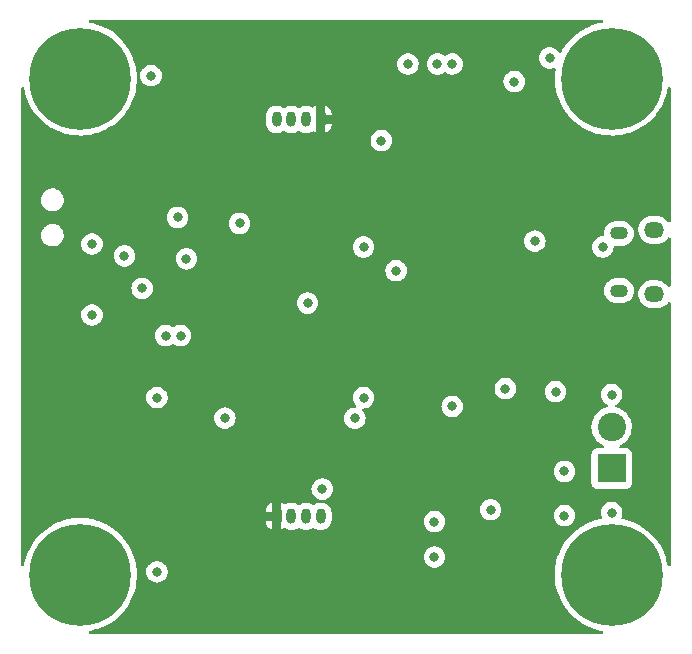
<source format=gbr>
%TF.GenerationSoftware,KiCad,Pcbnew,(6.0.7)*%
%TF.CreationDate,2022-09-22T19:59:32-07:00*%
%TF.ProjectId,STM32F4_rev2,53544d33-3246-4345-9f72-6576322e6b69,rev?*%
%TF.SameCoordinates,Original*%
%TF.FileFunction,Copper,L3,Inr*%
%TF.FilePolarity,Positive*%
%FSLAX46Y46*%
G04 Gerber Fmt 4.6, Leading zero omitted, Abs format (unit mm)*
G04 Created by KiCad (PCBNEW (6.0.7)) date 2022-09-22 19:59:32*
%MOMM*%
%LPD*%
G01*
G04 APERTURE LIST*
G04 Aperture macros list*
%AMRoundRect*
0 Rectangle with rounded corners*
0 $1 Rounding radius*
0 $2 $3 $4 $5 $6 $7 $8 $9 X,Y pos of 4 corners*
0 Add a 4 corners polygon primitive as box body*
4,1,4,$2,$3,$4,$5,$6,$7,$8,$9,$2,$3,0*
0 Add four circle primitives for the rounded corners*
1,1,$1+$1,$2,$3*
1,1,$1+$1,$4,$5*
1,1,$1+$1,$6,$7*
1,1,$1+$1,$8,$9*
0 Add four rect primitives between the rounded corners*
20,1,$1+$1,$2,$3,$4,$5,0*
20,1,$1+$1,$4,$5,$6,$7,0*
20,1,$1+$1,$6,$7,$8,$9,0*
20,1,$1+$1,$8,$9,$2,$3,0*%
G04 Aperture macros list end*
%TA.AperFunction,ComponentPad*%
%ADD10C,0.900000*%
%TD*%
%TA.AperFunction,ComponentPad*%
%ADD11C,8.600000*%
%TD*%
%TA.AperFunction,ComponentPad*%
%ADD12RoundRect,0.200000X0.200000X0.450000X-0.200000X0.450000X-0.200000X-0.450000X0.200000X-0.450000X0*%
%TD*%
%TA.AperFunction,ComponentPad*%
%ADD13O,0.800000X1.300000*%
%TD*%
%TA.AperFunction,ComponentPad*%
%ADD14O,1.700000X1.350000*%
%TD*%
%TA.AperFunction,ComponentPad*%
%ADD15O,1.500000X1.100000*%
%TD*%
%TA.AperFunction,ComponentPad*%
%ADD16RoundRect,0.200000X-0.200000X-0.450000X0.200000X-0.450000X0.200000X0.450000X-0.200000X0.450000X0*%
%TD*%
%TA.AperFunction,ComponentPad*%
%ADD17R,2.400000X2.400000*%
%TD*%
%TA.AperFunction,ComponentPad*%
%ADD18C,2.400000*%
%TD*%
%TA.AperFunction,ViaPad*%
%ADD19C,0.800000*%
%TD*%
G04 APERTURE END LIST*
D10*
%TO.N,GND*%
%TO.C,H2*%
X115250000Y-107225000D03*
X112025000Y-104000000D03*
X112969581Y-101719581D03*
X117530419Y-101719581D03*
X115250000Y-100775000D03*
X117530419Y-106280419D03*
X112969581Y-106280419D03*
X118475000Y-104000000D03*
D11*
X115250000Y-104000000D03*
%TD*%
D12*
%TO.N,+3.3V*%
%TO.C,J3*%
X90625000Y-65450000D03*
D13*
%TO.N,I2C1_SCL*%
X89375000Y-65450000D03*
%TO.N,I2C1_SDA*%
X88125000Y-65450000D03*
%TO.N,GND*%
X86875000Y-65450000D03*
%TD*%
D14*
%TO.N,unconnected-(J5-Pad6)*%
%TO.C,J5*%
X118865000Y-80255000D03*
D15*
X115865000Y-75105000D03*
D14*
X118865000Y-74795000D03*
D15*
X115865000Y-79945000D03*
%TD*%
D10*
%TO.N,GND*%
%TO.C,H3*%
X70250000Y-65225000D03*
X67969581Y-64280419D03*
D11*
X70250000Y-62000000D03*
D10*
X72530419Y-59719581D03*
X73475000Y-62000000D03*
X72530419Y-64280419D03*
X70250000Y-58775000D03*
X67969581Y-59719581D03*
X67025000Y-62000000D03*
%TD*%
D16*
%TO.N,+3.3V*%
%TO.C,J4*%
X86875000Y-99050000D03*
D13*
%TO.N,USART3_TX*%
X88125000Y-99050000D03*
%TO.N,USART3_RX*%
X89375000Y-99050000D03*
%TO.N,GND*%
X90625000Y-99050000D03*
%TD*%
D17*
%TO.N,+12V*%
%TO.C,J1*%
X115250000Y-95000000D03*
D18*
%TO.N,GND*%
X115250000Y-91500000D03*
%TD*%
D10*
%TO.N,GND*%
%TO.C,H4*%
X112969581Y-64280419D03*
X115250000Y-65225000D03*
X112969581Y-59719581D03*
X112025000Y-62000000D03*
X117530419Y-59719581D03*
D11*
X115250000Y-62000000D03*
D10*
X118475000Y-62000000D03*
X115250000Y-58775000D03*
X117530419Y-64280419D03*
%TD*%
D11*
%TO.N,GND*%
%TO.C,H1*%
X70250000Y-104000000D03*
D10*
X67969581Y-101719581D03*
X67025000Y-104000000D03*
X70250000Y-100775000D03*
X70250000Y-107225000D03*
X67969581Y-106280419D03*
X72530419Y-101719581D03*
X72530419Y-106280419D03*
X73475000Y-104000000D03*
%TD*%
D19*
%TO.N,NRST*%
X95750000Y-67250000D03*
X89500000Y-81000000D03*
%TO.N,GND*%
X101750000Y-60750000D03*
X76250000Y-61750000D03*
X76750000Y-103750000D03*
X97000000Y-78250000D03*
X94250000Y-76250000D03*
X76750000Y-89000000D03*
X77500000Y-83750000D03*
X78750000Y-83750000D03*
X82499478Y-90739668D03*
X94250000Y-89000000D03*
X93500000Y-90750000D03*
X90750000Y-96750000D03*
X100250000Y-102500000D03*
X100250000Y-99500000D03*
X105000000Y-98500000D03*
X115250000Y-98750000D03*
X111250000Y-99000000D03*
X111250000Y-95250000D03*
X101750000Y-89750000D03*
X106250000Y-88250000D03*
X110500000Y-88500000D03*
X115250000Y-88750000D03*
X108750000Y-75750000D03*
X114500000Y-76250000D03*
X110000000Y-60250000D03*
X107000000Y-62250000D03*
%TO.N,+3.3V*%
X104500000Y-62250000D03*
%TO.N,GND*%
X100500000Y-60750000D03*
X83750000Y-74250000D03*
X78500000Y-73750000D03*
X79250000Y-77250000D03*
X71250000Y-82000000D03*
X75500000Y-79750000D03*
X74000000Y-77000000D03*
X71250000Y-76000000D03*
%TO.N,+3.3V*%
X78750000Y-75250000D03*
X94000000Y-78250000D03*
X90000000Y-72000000D03*
X86000000Y-71000000D03*
X78250000Y-79250000D03*
X75250000Y-86250000D03*
X84500000Y-92000000D03*
X93000000Y-87750000D03*
X93750000Y-95000000D03*
X106500000Y-101750000D03*
X107000000Y-66750000D03*
%TO.N,GND*%
X98000000Y-60750000D03*
%TO.N,+3.3V*%
X71250000Y-71500000D03*
%TD*%
%TA.AperFunction,Conductor*%
%TO.N,+3.3V*%
G36*
X114495221Y-57028502D02*
G01*
X114541714Y-57082158D01*
X114551818Y-57152432D01*
X114522324Y-57217012D01*
X114462598Y-57255396D01*
X114447789Y-57258790D01*
X114249249Y-57291836D01*
X114163671Y-57314048D01*
X113837400Y-57398731D01*
X113837389Y-57398734D01*
X113834682Y-57399437D01*
X113576575Y-57491599D01*
X113433964Y-57542520D01*
X113433959Y-57542522D01*
X113431321Y-57543464D01*
X113428781Y-57544635D01*
X113428776Y-57544637D01*
X113326930Y-57591589D01*
X113042361Y-57722777D01*
X112670880Y-57935957D01*
X112668577Y-57937566D01*
X112668570Y-57937571D01*
X112491960Y-58061005D01*
X112319820Y-58181315D01*
X111991961Y-58456909D01*
X111689899Y-58760557D01*
X111416025Y-59089855D01*
X111414431Y-59092162D01*
X111414429Y-59092164D01*
X111291455Y-59270093D01*
X111172508Y-59442194D01*
X111069262Y-59624309D01*
X110988884Y-59766088D01*
X110937887Y-59815483D01*
X110868281Y-59829467D01*
X110802165Y-59803598D01*
X110770154Y-59766947D01*
X110742341Y-59718774D01*
X110739040Y-59713056D01*
X110611253Y-59571134D01*
X110456752Y-59458882D01*
X110450724Y-59456198D01*
X110450722Y-59456197D01*
X110288319Y-59383891D01*
X110288318Y-59383891D01*
X110282288Y-59381206D01*
X110188888Y-59361353D01*
X110101944Y-59342872D01*
X110101939Y-59342872D01*
X110095487Y-59341500D01*
X109904513Y-59341500D01*
X109898061Y-59342872D01*
X109898056Y-59342872D01*
X109811112Y-59361353D01*
X109717712Y-59381206D01*
X109711682Y-59383891D01*
X109711681Y-59383891D01*
X109549278Y-59456197D01*
X109549276Y-59456198D01*
X109543248Y-59458882D01*
X109388747Y-59571134D01*
X109260960Y-59713056D01*
X109257659Y-59718774D01*
X109186011Y-59842872D01*
X109165473Y-59878444D01*
X109106458Y-60060072D01*
X109105768Y-60066633D01*
X109105768Y-60066635D01*
X109097864Y-60141839D01*
X109086496Y-60250000D01*
X109106458Y-60439928D01*
X109165473Y-60621556D01*
X109260960Y-60786944D01*
X109388747Y-60928866D01*
X109543248Y-61041118D01*
X109549276Y-61043802D01*
X109549278Y-61043803D01*
X109709799Y-61115271D01*
X109717712Y-61118794D01*
X109811112Y-61138647D01*
X109898056Y-61157128D01*
X109898061Y-61157128D01*
X109904513Y-61158500D01*
X110095487Y-61158500D01*
X110101939Y-61157128D01*
X110101944Y-61157128D01*
X110188888Y-61138647D01*
X110282288Y-61118794D01*
X110288315Y-61116111D01*
X110288323Y-61116108D01*
X110327186Y-61098805D01*
X110397553Y-61089371D01*
X110461850Y-61119478D01*
X110499663Y-61179567D01*
X110502831Y-61233948D01*
X110468552Y-61446768D01*
X110438302Y-61874001D01*
X110446151Y-62302233D01*
X110492036Y-62728071D01*
X110492582Y-62730817D01*
X110492583Y-62730822D01*
X110504723Y-62791852D01*
X110575594Y-63148144D01*
X110696163Y-63559127D01*
X110697190Y-63561740D01*
X110697190Y-63561741D01*
X110835651Y-63914145D01*
X110852789Y-63957765D01*
X110854044Y-63960276D01*
X111039387Y-64331206D01*
X111044231Y-64340901D01*
X111268974Y-64705502D01*
X111525239Y-65048682D01*
X111527100Y-65050760D01*
X111527101Y-65050761D01*
X111809127Y-65365637D01*
X111809133Y-65365643D01*
X111810995Y-65367722D01*
X112123981Y-65660098D01*
X112461719Y-65923493D01*
X112821533Y-66155822D01*
X112824012Y-66157126D01*
X112824015Y-66157128D01*
X113198077Y-66353932D01*
X113198083Y-66353935D01*
X113200577Y-66355247D01*
X113203175Y-66356331D01*
X113203179Y-66356333D01*
X113593263Y-66519109D01*
X113593268Y-66519111D01*
X113595847Y-66520187D01*
X113598512Y-66521030D01*
X113598518Y-66521032D01*
X113770199Y-66575327D01*
X114004214Y-66649336D01*
X114006944Y-66649939D01*
X114006945Y-66649939D01*
X114270598Y-66708148D01*
X114422446Y-66741673D01*
X114425220Y-66742031D01*
X114425221Y-66742031D01*
X114844460Y-66796109D01*
X114844467Y-66796110D01*
X114847230Y-66796466D01*
X114850017Y-66796576D01*
X114850023Y-66796576D01*
X115098238Y-66806328D01*
X115275203Y-66813281D01*
X115277995Y-66813142D01*
X115278000Y-66813142D01*
X115700172Y-66792125D01*
X115700181Y-66792124D01*
X115702976Y-66791985D01*
X115705753Y-66791597D01*
X115705755Y-66791597D01*
X115780066Y-66781219D01*
X116127163Y-66732747D01*
X116544404Y-66636036D01*
X116758307Y-66565915D01*
X116948744Y-66503487D01*
X116948750Y-66503485D01*
X116951397Y-66502617D01*
X117297471Y-66353932D01*
X117342344Y-66334653D01*
X117342346Y-66334652D01*
X117344918Y-66333547D01*
X117721852Y-66130164D01*
X118079214Y-65894080D01*
X118414175Y-65627162D01*
X118724082Y-65331525D01*
X118725919Y-65329431D01*
X118725927Y-65329422D01*
X118975113Y-65045279D01*
X119006482Y-65009510D01*
X119033896Y-64971986D01*
X119257490Y-64665923D01*
X119259139Y-64663666D01*
X119260585Y-64661265D01*
X119478601Y-64299142D01*
X119478606Y-64299133D01*
X119480052Y-64296731D01*
X119667471Y-63911611D01*
X119800724Y-63561741D01*
X119818918Y-63513971D01*
X119818920Y-63513964D01*
X119819914Y-63511355D01*
X119936173Y-63099132D01*
X119946578Y-63043803D01*
X119991670Y-62804010D01*
X120023917Y-62740759D01*
X120085241Y-62704983D01*
X120156172Y-62708041D01*
X120214189Y-62748961D01*
X120240874Y-62814752D01*
X120241500Y-62827296D01*
X120241500Y-74041436D01*
X120221498Y-74109557D01*
X120167842Y-74156050D01*
X120097568Y-74166154D01*
X120032988Y-74136660D01*
X120007216Y-74105861D01*
X120001573Y-74096376D01*
X119858158Y-73932842D01*
X119687342Y-73798181D01*
X119494846Y-73696905D01*
X119446406Y-73681864D01*
X119292639Y-73634117D01*
X119292636Y-73634116D01*
X119287118Y-73632403D01*
X119272833Y-73630712D01*
X119114197Y-73611936D01*
X119114190Y-73611936D01*
X119110510Y-73611500D01*
X118634824Y-73611500D01*
X118473400Y-73626333D01*
X118467838Y-73627902D01*
X118467836Y-73627902D01*
X118368727Y-73655854D01*
X118264055Y-73685374D01*
X118068974Y-73781577D01*
X117894691Y-73911720D01*
X117890777Y-73915954D01*
X117890775Y-73915956D01*
X117756667Y-74061034D01*
X117747044Y-74071444D01*
X117630976Y-74255401D01*
X117550376Y-74457428D01*
X117507941Y-74670761D01*
X117505094Y-74888254D01*
X117506073Y-74893951D01*
X117506073Y-74893952D01*
X117540865Y-75096425D01*
X117541930Y-75102625D01*
X117617214Y-75306693D01*
X117642735Y-75349590D01*
X117710067Y-75462763D01*
X117728427Y-75493624D01*
X117871842Y-75657158D01*
X117876373Y-75660730D01*
X118002990Y-75760547D01*
X118042658Y-75791819D01*
X118235154Y-75893095D01*
X118277342Y-75906195D01*
X118437361Y-75955883D01*
X118437364Y-75955884D01*
X118442882Y-75957597D01*
X118448619Y-75958276D01*
X118615803Y-75978064D01*
X118615810Y-75978064D01*
X118619490Y-75978500D01*
X119095176Y-75978500D01*
X119256600Y-75963667D01*
X119262162Y-75962098D01*
X119262164Y-75962098D01*
X119361273Y-75934146D01*
X119465945Y-75904626D01*
X119661026Y-75808423D01*
X119730473Y-75756565D01*
X119830685Y-75681733D01*
X119830686Y-75681732D01*
X119835309Y-75678280D01*
X119839225Y-75674044D01*
X119979037Y-75522796D01*
X119979039Y-75522793D01*
X119982956Y-75518556D01*
X120008938Y-75477377D01*
X120062205Y-75430438D01*
X120132392Y-75419749D01*
X120197216Y-75448704D01*
X120236096Y-75508108D01*
X120241500Y-75544612D01*
X120241500Y-79501436D01*
X120221498Y-79569557D01*
X120167842Y-79616050D01*
X120097568Y-79626154D01*
X120032988Y-79596660D01*
X120007216Y-79565861D01*
X120001573Y-79556376D01*
X119858158Y-79392842D01*
X119804105Y-79350230D01*
X119691876Y-79261755D01*
X119691874Y-79261753D01*
X119687342Y-79258181D01*
X119494846Y-79156905D01*
X119446406Y-79141864D01*
X119292639Y-79094117D01*
X119292636Y-79094116D01*
X119287118Y-79092403D01*
X119272833Y-79090712D01*
X119114197Y-79071936D01*
X119114190Y-79071936D01*
X119110510Y-79071500D01*
X118634824Y-79071500D01*
X118473400Y-79086333D01*
X118467838Y-79087902D01*
X118467836Y-79087902D01*
X118368728Y-79115853D01*
X118264055Y-79145374D01*
X118068974Y-79241577D01*
X118064348Y-79245031D01*
X118064347Y-79245032D01*
X117906904Y-79362600D01*
X117894691Y-79371720D01*
X117890777Y-79375954D01*
X117890775Y-79375956D01*
X117882666Y-79384729D01*
X117747044Y-79531444D01*
X117630976Y-79715401D01*
X117550376Y-79917428D01*
X117507941Y-80130761D01*
X117507865Y-80136536D01*
X117507865Y-80136540D01*
X117506438Y-80245581D01*
X117505094Y-80348254D01*
X117506073Y-80353951D01*
X117506073Y-80353952D01*
X117538819Y-80544518D01*
X117541930Y-80562625D01*
X117617214Y-80766693D01*
X117650481Y-80822609D01*
X117714463Y-80930152D01*
X117728427Y-80953624D01*
X117871842Y-81117158D01*
X117876373Y-81120730D01*
X117972114Y-81196206D01*
X118042658Y-81251819D01*
X118235154Y-81353095D01*
X118274367Y-81365271D01*
X118437361Y-81415883D01*
X118437364Y-81415884D01*
X118442882Y-81417597D01*
X118448619Y-81418276D01*
X118615803Y-81438064D01*
X118615810Y-81438064D01*
X118619490Y-81438500D01*
X119095176Y-81438500D01*
X119256600Y-81423667D01*
X119262162Y-81422098D01*
X119262164Y-81422098D01*
X119361272Y-81394147D01*
X119465945Y-81364626D01*
X119661026Y-81268423D01*
X119835309Y-81138280D01*
X119841848Y-81131206D01*
X119979037Y-80982796D01*
X119979039Y-80982793D01*
X119982956Y-80978556D01*
X120008938Y-80937377D01*
X120062205Y-80890438D01*
X120132392Y-80879749D01*
X120197216Y-80908704D01*
X120236096Y-80968108D01*
X120241500Y-81004612D01*
X120241500Y-103155768D01*
X120221498Y-103223889D01*
X120167842Y-103270382D01*
X120097568Y-103280486D01*
X120032988Y-103250992D01*
X119994604Y-103191266D01*
X119990621Y-103172541D01*
X119988368Y-103155768D01*
X119987275Y-103147630D01*
X119969088Y-103067251D01*
X119893368Y-102732618D01*
X119893368Y-102732617D01*
X119892750Y-102729887D01*
X119820834Y-102506565D01*
X119762318Y-102324856D01*
X119762316Y-102324849D01*
X119761463Y-102322202D01*
X119594456Y-101927801D01*
X119393050Y-101549807D01*
X119158840Y-101191214D01*
X118893680Y-100854860D01*
X118599670Y-100543409D01*
X118597579Y-100541556D01*
X118597571Y-100541548D01*
X118281237Y-100261188D01*
X118281235Y-100261186D01*
X118279137Y-100259327D01*
X117934621Y-100004863D01*
X117705483Y-99865271D01*
X117571237Y-99783487D01*
X117571230Y-99783483D01*
X117568848Y-99782032D01*
X117451514Y-99724169D01*
X117187228Y-99593838D01*
X117184714Y-99592598D01*
X116785262Y-99438062D01*
X116482222Y-99350880D01*
X116376335Y-99320417D01*
X116376329Y-99320415D01*
X116373654Y-99319646D01*
X116370917Y-99319117D01*
X116370911Y-99319115D01*
X116227542Y-99291377D01*
X116181017Y-99282376D01*
X116117937Y-99249798D01*
X116082483Y-99188288D01*
X116085119Y-99119734D01*
X116141502Y-98946206D01*
X116141503Y-98946203D01*
X116143542Y-98939928D01*
X116155512Y-98826045D01*
X116162814Y-98756565D01*
X116163504Y-98750000D01*
X116157190Y-98689928D01*
X116144232Y-98566635D01*
X116144232Y-98566633D01*
X116143542Y-98560072D01*
X116084527Y-98378444D01*
X115989040Y-98213056D01*
X115861253Y-98071134D01*
X115706752Y-97958882D01*
X115700724Y-97956198D01*
X115700722Y-97956197D01*
X115538319Y-97883891D01*
X115538318Y-97883891D01*
X115532288Y-97881206D01*
X115438887Y-97861353D01*
X115351944Y-97842872D01*
X115351939Y-97842872D01*
X115345487Y-97841500D01*
X115154513Y-97841500D01*
X115148061Y-97842872D01*
X115148056Y-97842872D01*
X115061113Y-97861353D01*
X114967712Y-97881206D01*
X114961682Y-97883891D01*
X114961681Y-97883891D01*
X114799278Y-97956197D01*
X114799276Y-97956198D01*
X114793248Y-97958882D01*
X114638747Y-98071134D01*
X114510960Y-98213056D01*
X114415473Y-98378444D01*
X114356458Y-98560072D01*
X114355768Y-98566633D01*
X114355768Y-98566635D01*
X114342810Y-98689928D01*
X114336496Y-98750000D01*
X114337186Y-98756565D01*
X114344489Y-98826045D01*
X114356458Y-98939928D01*
X114414206Y-99117657D01*
X114416234Y-99188623D01*
X114379571Y-99249421D01*
X114315060Y-99280882D01*
X114306084Y-99282376D01*
X114252011Y-99291376D01*
X114252005Y-99291377D01*
X114249249Y-99291836D01*
X114241671Y-99293803D01*
X113837400Y-99398731D01*
X113837389Y-99398734D01*
X113834682Y-99399437D01*
X113712358Y-99443115D01*
X113433964Y-99542520D01*
X113433959Y-99542522D01*
X113431321Y-99543464D01*
X113428781Y-99544635D01*
X113428776Y-99544637D01*
X113396636Y-99559454D01*
X113042361Y-99722777D01*
X113039938Y-99724167D01*
X113039935Y-99724169D01*
X112673321Y-99934556D01*
X112670880Y-99935957D01*
X112668577Y-99937566D01*
X112668570Y-99937571D01*
X112323324Y-100178866D01*
X112319820Y-100181315D01*
X111991961Y-100456909D01*
X111689899Y-100760557D01*
X111416025Y-101089855D01*
X111172508Y-101442194D01*
X110961276Y-101814786D01*
X110784002Y-102204680D01*
X110783080Y-102207306D01*
X110783075Y-102207318D01*
X110746991Y-102310072D01*
X110642089Y-102608790D01*
X110641398Y-102611510D01*
X110641397Y-102611514D01*
X110573253Y-102879834D01*
X110536661Y-103023914D01*
X110468552Y-103446768D01*
X110438302Y-103874001D01*
X110446151Y-104302233D01*
X110492036Y-104728071D01*
X110575594Y-105148144D01*
X110696163Y-105559127D01*
X110697190Y-105561740D01*
X110697190Y-105561741D01*
X110835651Y-105914145D01*
X110852789Y-105957765D01*
X110948702Y-106149717D01*
X111024358Y-106301128D01*
X111044231Y-106340901D01*
X111268974Y-106705502D01*
X111525239Y-107048682D01*
X111527100Y-107050760D01*
X111527101Y-107050761D01*
X111809127Y-107365637D01*
X111809133Y-107365643D01*
X111810995Y-107367722D01*
X112123981Y-107660098D01*
X112461719Y-107923493D01*
X112821533Y-108155822D01*
X112824012Y-108157126D01*
X112824015Y-108157128D01*
X113198077Y-108353932D01*
X113198083Y-108353935D01*
X113200577Y-108355247D01*
X113203175Y-108356331D01*
X113203179Y-108356333D01*
X113593263Y-108519109D01*
X113593268Y-108519111D01*
X113595847Y-108520187D01*
X113598512Y-108521030D01*
X113598518Y-108521032D01*
X113820561Y-108591254D01*
X114004214Y-108649336D01*
X114006944Y-108649939D01*
X114006945Y-108649939D01*
X114419717Y-108741071D01*
X114419728Y-108741073D01*
X114421771Y-108741524D01*
X114422446Y-108741673D01*
X114422409Y-108741839D01*
X114485140Y-108772794D01*
X114521715Y-108833645D01*
X114519585Y-108904609D01*
X114479426Y-108963157D01*
X114413990Y-108990699D01*
X114399808Y-108991500D01*
X71087562Y-108991500D01*
X71019441Y-108971498D01*
X70972948Y-108917842D01*
X70962844Y-108847568D01*
X70992338Y-108782988D01*
X71052064Y-108744604D01*
X71070135Y-108740711D01*
X71070321Y-108740685D01*
X71127163Y-108732747D01*
X71544404Y-108636036D01*
X71758307Y-108565915D01*
X71948744Y-108503487D01*
X71948750Y-108503485D01*
X71951397Y-108502617D01*
X72344918Y-108333547D01*
X72721852Y-108130164D01*
X73079214Y-107894080D01*
X73414175Y-107627162D01*
X73724082Y-107331525D01*
X73725919Y-107329431D01*
X73725927Y-107329422D01*
X74004635Y-107011616D01*
X74006482Y-107009510D01*
X74259139Y-106663666D01*
X74260585Y-106661265D01*
X74478601Y-106299142D01*
X74478606Y-106299133D01*
X74480052Y-106296731D01*
X74591110Y-106068523D01*
X74666238Y-105914145D01*
X74666239Y-105914142D01*
X74667471Y-105911611D01*
X74800724Y-105561741D01*
X74818918Y-105513971D01*
X74818920Y-105513964D01*
X74819914Y-105511355D01*
X74936173Y-105099132D01*
X74965973Y-104940662D01*
X75014811Y-104680954D01*
X75014813Y-104680942D01*
X75015327Y-104678207D01*
X75056750Y-104251911D01*
X75060164Y-104121556D01*
X75063289Y-104002234D01*
X75063289Y-104002220D01*
X75063347Y-104000000D01*
X75052213Y-103750000D01*
X75836496Y-103750000D01*
X75837186Y-103756565D01*
X75849234Y-103871191D01*
X75856458Y-103939928D01*
X75915473Y-104121556D01*
X76010960Y-104286944D01*
X76138747Y-104428866D01*
X76293248Y-104541118D01*
X76299276Y-104543802D01*
X76299278Y-104543803D01*
X76461681Y-104616109D01*
X76467712Y-104618794D01*
X76561113Y-104638647D01*
X76648056Y-104657128D01*
X76648061Y-104657128D01*
X76654513Y-104658500D01*
X76845487Y-104658500D01*
X76851939Y-104657128D01*
X76851944Y-104657128D01*
X76938888Y-104638647D01*
X77032288Y-104618794D01*
X77038319Y-104616109D01*
X77200722Y-104543803D01*
X77200724Y-104543802D01*
X77206752Y-104541118D01*
X77361253Y-104428866D01*
X77489040Y-104286944D01*
X77584527Y-104121556D01*
X77643542Y-103939928D01*
X77650767Y-103871191D01*
X77662814Y-103756565D01*
X77663504Y-103750000D01*
X77645104Y-103574929D01*
X77644232Y-103566635D01*
X77644232Y-103566633D01*
X77643542Y-103560072D01*
X77584527Y-103378444D01*
X77577406Y-103366109D01*
X77547314Y-103313990D01*
X77489040Y-103213056D01*
X77461752Y-103182749D01*
X77365675Y-103076045D01*
X77365674Y-103076044D01*
X77361253Y-103071134D01*
X77206752Y-102958882D01*
X77200724Y-102956198D01*
X77200722Y-102956197D01*
X77038319Y-102883891D01*
X77038318Y-102883891D01*
X77032288Y-102881206D01*
X76938887Y-102861353D01*
X76851944Y-102842872D01*
X76851939Y-102842872D01*
X76845487Y-102841500D01*
X76654513Y-102841500D01*
X76648061Y-102842872D01*
X76648056Y-102842872D01*
X76561113Y-102861353D01*
X76467712Y-102881206D01*
X76461682Y-102883891D01*
X76461681Y-102883891D01*
X76299278Y-102956197D01*
X76299276Y-102956198D01*
X76293248Y-102958882D01*
X76138747Y-103071134D01*
X76134326Y-103076044D01*
X76134325Y-103076045D01*
X76038249Y-103182749D01*
X76010960Y-103213056D01*
X75952686Y-103313990D01*
X75922595Y-103366109D01*
X75915473Y-103378444D01*
X75856458Y-103560072D01*
X75855768Y-103566633D01*
X75855768Y-103566635D01*
X75854896Y-103574929D01*
X75836496Y-103750000D01*
X75052213Y-103750000D01*
X75044291Y-103572121D01*
X75041830Y-103553794D01*
X75016620Y-103366109D01*
X74987275Y-103147630D01*
X74969088Y-103067251D01*
X74893368Y-102732618D01*
X74893368Y-102732617D01*
X74892750Y-102729887D01*
X74820834Y-102506565D01*
X74818720Y-102500000D01*
X99336496Y-102500000D01*
X99356458Y-102689928D01*
X99415473Y-102871556D01*
X99418776Y-102877278D01*
X99418777Y-102877279D01*
X99452686Y-102936010D01*
X99510960Y-103036944D01*
X99515378Y-103041851D01*
X99515379Y-103041852D01*
X99608153Y-103144888D01*
X99638747Y-103178866D01*
X99793248Y-103291118D01*
X99799276Y-103293802D01*
X99799278Y-103293803D01*
X99808094Y-103297728D01*
X99967712Y-103368794D01*
X100042680Y-103384729D01*
X100148056Y-103407128D01*
X100148061Y-103407128D01*
X100154513Y-103408500D01*
X100345487Y-103408500D01*
X100351939Y-103407128D01*
X100351944Y-103407128D01*
X100457320Y-103384729D01*
X100532288Y-103368794D01*
X100691906Y-103297728D01*
X100700722Y-103293803D01*
X100700724Y-103293802D01*
X100706752Y-103291118D01*
X100861253Y-103178866D01*
X100891847Y-103144888D01*
X100984621Y-103041852D01*
X100984622Y-103041851D01*
X100989040Y-103036944D01*
X101047314Y-102936010D01*
X101081223Y-102877279D01*
X101081224Y-102877278D01*
X101084527Y-102871556D01*
X101143542Y-102689928D01*
X101163504Y-102500000D01*
X101143542Y-102310072D01*
X101084527Y-102128444D01*
X100989040Y-101963056D01*
X100861253Y-101821134D01*
X100706752Y-101708882D01*
X100700724Y-101706198D01*
X100700722Y-101706197D01*
X100538319Y-101633891D01*
X100538318Y-101633891D01*
X100532288Y-101631206D01*
X100438887Y-101611353D01*
X100351944Y-101592872D01*
X100351939Y-101592872D01*
X100345487Y-101591500D01*
X100154513Y-101591500D01*
X100148061Y-101592872D01*
X100148056Y-101592872D01*
X100061113Y-101611353D01*
X99967712Y-101631206D01*
X99961682Y-101633891D01*
X99961681Y-101633891D01*
X99799278Y-101706197D01*
X99799276Y-101706198D01*
X99793248Y-101708882D01*
X99638747Y-101821134D01*
X99510960Y-101963056D01*
X99415473Y-102128444D01*
X99356458Y-102310072D01*
X99336496Y-102500000D01*
X74818720Y-102500000D01*
X74762318Y-102324856D01*
X74762316Y-102324849D01*
X74761463Y-102322202D01*
X74594456Y-101927801D01*
X74393050Y-101549807D01*
X74158840Y-101191214D01*
X73893680Y-100854860D01*
X73599670Y-100543409D01*
X73597579Y-100541556D01*
X73597571Y-100541548D01*
X73281237Y-100261188D01*
X73281235Y-100261186D01*
X73279137Y-100259327D01*
X72934621Y-100004863D01*
X72705483Y-99865271D01*
X72571237Y-99783487D01*
X72571230Y-99783483D01*
X72568848Y-99782032D01*
X72451514Y-99724169D01*
X72187228Y-99593838D01*
X72184714Y-99592598D01*
X72084182Y-99553705D01*
X85967001Y-99553705D01*
X85967264Y-99559454D01*
X85973132Y-99623315D01*
X85975743Y-99636351D01*
X86022715Y-99786243D01*
X86028921Y-99799988D01*
X86109824Y-99933574D01*
X86119131Y-99945443D01*
X86229557Y-100055869D01*
X86241426Y-100065176D01*
X86375012Y-100146079D01*
X86388757Y-100152285D01*
X86482713Y-100181729D01*
X86496813Y-100181984D01*
X86500000Y-100175327D01*
X86500000Y-99443115D01*
X86495525Y-99427876D01*
X86494135Y-99426671D01*
X86486452Y-99425000D01*
X85985116Y-99425000D01*
X85969877Y-99429475D01*
X85968672Y-99430865D01*
X85967001Y-99438548D01*
X85967001Y-99553705D01*
X72084182Y-99553705D01*
X71785262Y-99438062D01*
X71482222Y-99350880D01*
X71470856Y-99347610D01*
X87216500Y-99347610D01*
X87231458Y-99489928D01*
X87233498Y-99496206D01*
X87243833Y-99528014D01*
X87250000Y-99566950D01*
X87250000Y-100169031D01*
X87253973Y-100182562D01*
X87261277Y-100183612D01*
X87361243Y-100152285D01*
X87374988Y-100146079D01*
X87504578Y-100067596D01*
X87573208Y-100049417D01*
X87643911Y-100073436D01*
X87668248Y-100091118D01*
X87674276Y-100093802D01*
X87674278Y-100093803D01*
X87791693Y-100146079D01*
X87842712Y-100168794D01*
X87912425Y-100183612D01*
X88023056Y-100207128D01*
X88023061Y-100207128D01*
X88029513Y-100208500D01*
X88220487Y-100208500D01*
X88226939Y-100207128D01*
X88226944Y-100207128D01*
X88337575Y-100183612D01*
X88407288Y-100168794D01*
X88458307Y-100146079D01*
X88575722Y-100093803D01*
X88575724Y-100093802D01*
X88581752Y-100091118D01*
X88675939Y-100022687D01*
X88742807Y-99998828D01*
X88811958Y-100014909D01*
X88824061Y-100022687D01*
X88918248Y-100091118D01*
X88924276Y-100093802D01*
X88924278Y-100093803D01*
X89041693Y-100146079D01*
X89092712Y-100168794D01*
X89162425Y-100183612D01*
X89273056Y-100207128D01*
X89273061Y-100207128D01*
X89279513Y-100208500D01*
X89470487Y-100208500D01*
X89476939Y-100207128D01*
X89476944Y-100207128D01*
X89587575Y-100183612D01*
X89657288Y-100168794D01*
X89708307Y-100146079D01*
X89825722Y-100093803D01*
X89825724Y-100093802D01*
X89831752Y-100091118D01*
X89925939Y-100022687D01*
X89992807Y-99998828D01*
X90061958Y-100014909D01*
X90074061Y-100022687D01*
X90168248Y-100091118D01*
X90174276Y-100093802D01*
X90174278Y-100093803D01*
X90291693Y-100146079D01*
X90342712Y-100168794D01*
X90412425Y-100183612D01*
X90523056Y-100207128D01*
X90523061Y-100207128D01*
X90529513Y-100208500D01*
X90720487Y-100208500D01*
X90726939Y-100207128D01*
X90726944Y-100207128D01*
X90837575Y-100183612D01*
X90907288Y-100168794D01*
X90958307Y-100146079D01*
X91075722Y-100093803D01*
X91075724Y-100093802D01*
X91081752Y-100091118D01*
X91236253Y-99978866D01*
X91273435Y-99937571D01*
X91359621Y-99841852D01*
X91359622Y-99841851D01*
X91364040Y-99836944D01*
X91429151Y-99724169D01*
X91456223Y-99677279D01*
X91456224Y-99677278D01*
X91459527Y-99671556D01*
X91515269Y-99500000D01*
X99336496Y-99500000D01*
X99337186Y-99506565D01*
X99355129Y-99677279D01*
X99356458Y-99689928D01*
X99415473Y-99871556D01*
X99418776Y-99877278D01*
X99418777Y-99877279D01*
X99436803Y-99908500D01*
X99510960Y-100036944D01*
X99515378Y-100041851D01*
X99515379Y-100041852D01*
X99630913Y-100170166D01*
X99638747Y-100178866D01*
X99793248Y-100291118D01*
X99799276Y-100293802D01*
X99799278Y-100293803D01*
X99961681Y-100366109D01*
X99967712Y-100368794D01*
X100061113Y-100388647D01*
X100148056Y-100407128D01*
X100148061Y-100407128D01*
X100154513Y-100408500D01*
X100345487Y-100408500D01*
X100351939Y-100407128D01*
X100351944Y-100407128D01*
X100438887Y-100388647D01*
X100532288Y-100368794D01*
X100538319Y-100366109D01*
X100700722Y-100293803D01*
X100700724Y-100293802D01*
X100706752Y-100291118D01*
X100861253Y-100178866D01*
X100869087Y-100170166D01*
X100984621Y-100041852D01*
X100984622Y-100041851D01*
X100989040Y-100036944D01*
X101063197Y-99908500D01*
X101081223Y-99877279D01*
X101081224Y-99877278D01*
X101084527Y-99871556D01*
X101143542Y-99689928D01*
X101144872Y-99677279D01*
X101162814Y-99506565D01*
X101163504Y-99500000D01*
X101147831Y-99350880D01*
X101144232Y-99316635D01*
X101144232Y-99316633D01*
X101143542Y-99310072D01*
X101084527Y-99128444D01*
X100989040Y-98963056D01*
X100968216Y-98939928D01*
X100865675Y-98826045D01*
X100865674Y-98826044D01*
X100861253Y-98821134D01*
X100706752Y-98708882D01*
X100700724Y-98706198D01*
X100700722Y-98706197D01*
X100538319Y-98633891D01*
X100538318Y-98633891D01*
X100532288Y-98631206D01*
X100432861Y-98610072D01*
X100351944Y-98592872D01*
X100351939Y-98592872D01*
X100345487Y-98591500D01*
X100154513Y-98591500D01*
X100148061Y-98592872D01*
X100148056Y-98592872D01*
X100067139Y-98610072D01*
X99967712Y-98631206D01*
X99961682Y-98633891D01*
X99961681Y-98633891D01*
X99799278Y-98706197D01*
X99799276Y-98706198D01*
X99793248Y-98708882D01*
X99638747Y-98821134D01*
X99634326Y-98826044D01*
X99634325Y-98826045D01*
X99531785Y-98939928D01*
X99510960Y-98963056D01*
X99415473Y-99128444D01*
X99356458Y-99310072D01*
X99355768Y-99316633D01*
X99355768Y-99316635D01*
X99352169Y-99350880D01*
X99336496Y-99500000D01*
X91515269Y-99500000D01*
X91518542Y-99489928D01*
X91533500Y-99347610D01*
X91533500Y-98752390D01*
X91521134Y-98634729D01*
X91519232Y-98616635D01*
X91519232Y-98616633D01*
X91518542Y-98610072D01*
X91482777Y-98500000D01*
X104086496Y-98500000D01*
X104087186Y-98506565D01*
X104104419Y-98670525D01*
X104106458Y-98689928D01*
X104165473Y-98871556D01*
X104260960Y-99036944D01*
X104388747Y-99178866D01*
X104471269Y-99238822D01*
X104531216Y-99282376D01*
X104543248Y-99291118D01*
X104549276Y-99293802D01*
X104549278Y-99293803D01*
X104677476Y-99350880D01*
X104717712Y-99368794D01*
X104811113Y-99388647D01*
X104898056Y-99407128D01*
X104898061Y-99407128D01*
X104904513Y-99408500D01*
X105095487Y-99408500D01*
X105101939Y-99407128D01*
X105101944Y-99407128D01*
X105188887Y-99388647D01*
X105282288Y-99368794D01*
X105322524Y-99350880D01*
X105450722Y-99293803D01*
X105450724Y-99293802D01*
X105456752Y-99291118D01*
X105468785Y-99282376D01*
X105528731Y-99238822D01*
X105611253Y-99178866D01*
X105739040Y-99036944D01*
X105760370Y-99000000D01*
X110336496Y-99000000D01*
X110356458Y-99189928D01*
X110415473Y-99371556D01*
X110418776Y-99377278D01*
X110418777Y-99377279D01*
X110436803Y-99408500D01*
X110510960Y-99536944D01*
X110515378Y-99541851D01*
X110515379Y-99541852D01*
X110588729Y-99623315D01*
X110638747Y-99678866D01*
X110793248Y-99791118D01*
X110799276Y-99793802D01*
X110799278Y-99793803D01*
X110813170Y-99799988D01*
X110967712Y-99868794D01*
X111061112Y-99888647D01*
X111148056Y-99907128D01*
X111148061Y-99907128D01*
X111154513Y-99908500D01*
X111345487Y-99908500D01*
X111351939Y-99907128D01*
X111351944Y-99907128D01*
X111438888Y-99888647D01*
X111532288Y-99868794D01*
X111686830Y-99799988D01*
X111700722Y-99793803D01*
X111700724Y-99793802D01*
X111706752Y-99791118D01*
X111861253Y-99678866D01*
X111911271Y-99623315D01*
X111984621Y-99541852D01*
X111984622Y-99541851D01*
X111989040Y-99536944D01*
X112063197Y-99408500D01*
X112081223Y-99377279D01*
X112081224Y-99377278D01*
X112084527Y-99371556D01*
X112143542Y-99189928D01*
X112163504Y-99000000D01*
X112157190Y-98939928D01*
X112144232Y-98816635D01*
X112144232Y-98816633D01*
X112143542Y-98810072D01*
X112084527Y-98628444D01*
X112063990Y-98592872D01*
X112037106Y-98546309D01*
X111989040Y-98463056D01*
X111861253Y-98321134D01*
X111706752Y-98208882D01*
X111700724Y-98206198D01*
X111700722Y-98206197D01*
X111538319Y-98133891D01*
X111538318Y-98133891D01*
X111532288Y-98131206D01*
X111438887Y-98111353D01*
X111351944Y-98092872D01*
X111351939Y-98092872D01*
X111345487Y-98091500D01*
X111154513Y-98091500D01*
X111148061Y-98092872D01*
X111148056Y-98092872D01*
X111061113Y-98111353D01*
X110967712Y-98131206D01*
X110961682Y-98133891D01*
X110961681Y-98133891D01*
X110799278Y-98206197D01*
X110799276Y-98206198D01*
X110793248Y-98208882D01*
X110638747Y-98321134D01*
X110510960Y-98463056D01*
X110462894Y-98546309D01*
X110436011Y-98592872D01*
X110415473Y-98628444D01*
X110356458Y-98810072D01*
X110355768Y-98816633D01*
X110355768Y-98816635D01*
X110342810Y-98939928D01*
X110336496Y-99000000D01*
X105760370Y-99000000D01*
X105834527Y-98871556D01*
X105893542Y-98689928D01*
X105895582Y-98670525D01*
X105912814Y-98506565D01*
X105913504Y-98500000D01*
X105893542Y-98310072D01*
X105834527Y-98128444D01*
X105818782Y-98101172D01*
X105765498Y-98008882D01*
X105739040Y-97963056D01*
X105698716Y-97918271D01*
X105615675Y-97826045D01*
X105615674Y-97826044D01*
X105611253Y-97821134D01*
X105456752Y-97708882D01*
X105450724Y-97706198D01*
X105450722Y-97706197D01*
X105288319Y-97633891D01*
X105288318Y-97633891D01*
X105282288Y-97631206D01*
X105188887Y-97611353D01*
X105101944Y-97592872D01*
X105101939Y-97592872D01*
X105095487Y-97591500D01*
X104904513Y-97591500D01*
X104898061Y-97592872D01*
X104898056Y-97592872D01*
X104811112Y-97611353D01*
X104717712Y-97631206D01*
X104711682Y-97633891D01*
X104711681Y-97633891D01*
X104549278Y-97706197D01*
X104549276Y-97706198D01*
X104543248Y-97708882D01*
X104388747Y-97821134D01*
X104384326Y-97826044D01*
X104384325Y-97826045D01*
X104301285Y-97918271D01*
X104260960Y-97963056D01*
X104234502Y-98008882D01*
X104181219Y-98101172D01*
X104165473Y-98128444D01*
X104106458Y-98310072D01*
X104086496Y-98500000D01*
X91482777Y-98500000D01*
X91459527Y-98428444D01*
X91364040Y-98263056D01*
X91324169Y-98218774D01*
X91240675Y-98126045D01*
X91240674Y-98126044D01*
X91236253Y-98121134D01*
X91081752Y-98008882D01*
X91075724Y-98006198D01*
X91075722Y-98006197D01*
X90913319Y-97933891D01*
X90913318Y-97933891D01*
X90907288Y-97931206D01*
X90796923Y-97907747D01*
X90734449Y-97874018D01*
X90700128Y-97811869D01*
X90704856Y-97741030D01*
X90747132Y-97683992D01*
X90813533Y-97658865D01*
X90823120Y-97658500D01*
X90845487Y-97658500D01*
X90851939Y-97657128D01*
X90851944Y-97657128D01*
X90938888Y-97638647D01*
X91032288Y-97618794D01*
X91093592Y-97591500D01*
X91200722Y-97543803D01*
X91200724Y-97543802D01*
X91206752Y-97541118D01*
X91361253Y-97428866D01*
X91489040Y-97286944D01*
X91584527Y-97121556D01*
X91643542Y-96939928D01*
X91663504Y-96750000D01*
X91643542Y-96560072D01*
X91584527Y-96378444D01*
X91489040Y-96213056D01*
X91361253Y-96071134D01*
X91206752Y-95958882D01*
X91200724Y-95956198D01*
X91200722Y-95956197D01*
X91038319Y-95883891D01*
X91038318Y-95883891D01*
X91032288Y-95881206D01*
X90938887Y-95861353D01*
X90851944Y-95842872D01*
X90851939Y-95842872D01*
X90845487Y-95841500D01*
X90654513Y-95841500D01*
X90648061Y-95842872D01*
X90648056Y-95842872D01*
X90561113Y-95861353D01*
X90467712Y-95881206D01*
X90461682Y-95883891D01*
X90461681Y-95883891D01*
X90299278Y-95956197D01*
X90299276Y-95956198D01*
X90293248Y-95958882D01*
X90138747Y-96071134D01*
X90010960Y-96213056D01*
X89915473Y-96378444D01*
X89856458Y-96560072D01*
X89836496Y-96750000D01*
X89856458Y-96939928D01*
X89915473Y-97121556D01*
X90010960Y-97286944D01*
X90138747Y-97428866D01*
X90293248Y-97541118D01*
X90299276Y-97543802D01*
X90299278Y-97543803D01*
X90406408Y-97591500D01*
X90467712Y-97618794D01*
X90565960Y-97639677D01*
X90578077Y-97642253D01*
X90640551Y-97675982D01*
X90674872Y-97738131D01*
X90670144Y-97808970D01*
X90627868Y-97866008D01*
X90561467Y-97891135D01*
X90551880Y-97891500D01*
X90529513Y-97891500D01*
X90523061Y-97892872D01*
X90523056Y-97892872D01*
X90453077Y-97907747D01*
X90342712Y-97931206D01*
X90336682Y-97933891D01*
X90336681Y-97933891D01*
X90174278Y-98006197D01*
X90174276Y-98006198D01*
X90168248Y-98008882D01*
X90162907Y-98012762D01*
X90162906Y-98012763D01*
X90074061Y-98077313D01*
X90007193Y-98101172D01*
X89938042Y-98085091D01*
X89925939Y-98077313D01*
X89837094Y-98012763D01*
X89837093Y-98012762D01*
X89831752Y-98008882D01*
X89825724Y-98006198D01*
X89825722Y-98006197D01*
X89663319Y-97933891D01*
X89663318Y-97933891D01*
X89657288Y-97931206D01*
X89546923Y-97907747D01*
X89476944Y-97892872D01*
X89476939Y-97892872D01*
X89470487Y-97891500D01*
X89279513Y-97891500D01*
X89273061Y-97892872D01*
X89273056Y-97892872D01*
X89203077Y-97907747D01*
X89092712Y-97931206D01*
X89086682Y-97933891D01*
X89086681Y-97933891D01*
X88924278Y-98006197D01*
X88924276Y-98006198D01*
X88918248Y-98008882D01*
X88912907Y-98012762D01*
X88912906Y-98012763D01*
X88824061Y-98077313D01*
X88757193Y-98101172D01*
X88688042Y-98085091D01*
X88675939Y-98077313D01*
X88587094Y-98012763D01*
X88587093Y-98012762D01*
X88581752Y-98008882D01*
X88575724Y-98006198D01*
X88575722Y-98006197D01*
X88413319Y-97933891D01*
X88413318Y-97933891D01*
X88407288Y-97931206D01*
X88296923Y-97907747D01*
X88226944Y-97892872D01*
X88226939Y-97892872D01*
X88220487Y-97891500D01*
X88029513Y-97891500D01*
X88023061Y-97892872D01*
X88023056Y-97892872D01*
X87953077Y-97907747D01*
X87842712Y-97931206D01*
X87836682Y-97933891D01*
X87836681Y-97933891D01*
X87674278Y-98006197D01*
X87674276Y-98006198D01*
X87668248Y-98008882D01*
X87662907Y-98012762D01*
X87662906Y-98012763D01*
X87643911Y-98026564D01*
X87577044Y-98050422D01*
X87504578Y-98032404D01*
X87374988Y-97953921D01*
X87361243Y-97947715D01*
X87267287Y-97918271D01*
X87253187Y-97918016D01*
X87250000Y-97924673D01*
X87250000Y-98533050D01*
X87243833Y-98571986D01*
X87231458Y-98610072D01*
X87230768Y-98616633D01*
X87230768Y-98616635D01*
X87228866Y-98634729D01*
X87216500Y-98752390D01*
X87216500Y-99347610D01*
X71470856Y-99347610D01*
X71376335Y-99320417D01*
X71376329Y-99320415D01*
X71373654Y-99319646D01*
X71370917Y-99319117D01*
X71370911Y-99319115D01*
X71173296Y-99280882D01*
X70953148Y-99238289D01*
X70950374Y-99238005D01*
X70950362Y-99238003D01*
X70667111Y-99208982D01*
X70527076Y-99194634D01*
X70524286Y-99194597D01*
X70524278Y-99194597D01*
X70256825Y-99191096D01*
X70098809Y-99189028D01*
X70096009Y-99189241D01*
X70096008Y-99189241D01*
X70021364Y-99194919D01*
X69671740Y-99221514D01*
X69249249Y-99291836D01*
X69241671Y-99293803D01*
X68837400Y-99398731D01*
X68837389Y-99398734D01*
X68834682Y-99399437D01*
X68712358Y-99443115D01*
X68433964Y-99542520D01*
X68433959Y-99542522D01*
X68431321Y-99543464D01*
X68428781Y-99544635D01*
X68428776Y-99544637D01*
X68396636Y-99559454D01*
X68042361Y-99722777D01*
X68039938Y-99724167D01*
X68039935Y-99724169D01*
X67673321Y-99934556D01*
X67670880Y-99935957D01*
X67668577Y-99937566D01*
X67668570Y-99937571D01*
X67323324Y-100178866D01*
X67319820Y-100181315D01*
X66991961Y-100456909D01*
X66689899Y-100760557D01*
X66416025Y-101089855D01*
X66172508Y-101442194D01*
X65961276Y-101814786D01*
X65784002Y-102204680D01*
X65783080Y-102207306D01*
X65783075Y-102207318D01*
X65746991Y-102310072D01*
X65642089Y-102608790D01*
X65641398Y-102611510D01*
X65641397Y-102611514D01*
X65573253Y-102879834D01*
X65536661Y-103023914D01*
X65517176Y-103144888D01*
X65508897Y-103196286D01*
X65478317Y-103260359D01*
X65417950Y-103297728D01*
X65346964Y-103296528D01*
X65287895Y-103257141D01*
X65259497Y-103192071D01*
X65258500Y-103176249D01*
X65258500Y-98656885D01*
X85967000Y-98656885D01*
X85971475Y-98672124D01*
X85972865Y-98673329D01*
X85980548Y-98675000D01*
X86481885Y-98675000D01*
X86497124Y-98670525D01*
X86498329Y-98669135D01*
X86500000Y-98661452D01*
X86500000Y-97930969D01*
X86496027Y-97917438D01*
X86488723Y-97916388D01*
X86388757Y-97947715D01*
X86375012Y-97953921D01*
X86241426Y-98034824D01*
X86229557Y-98044131D01*
X86119131Y-98154557D01*
X86109824Y-98166426D01*
X86028921Y-98300012D01*
X86022715Y-98313757D01*
X85975744Y-98463644D01*
X85973131Y-98476694D01*
X85967266Y-98540521D01*
X85967000Y-98546309D01*
X85967000Y-98656885D01*
X65258500Y-98656885D01*
X65258500Y-95250000D01*
X110336496Y-95250000D01*
X110356458Y-95439928D01*
X110415473Y-95621556D01*
X110510960Y-95786944D01*
X110638747Y-95928866D01*
X110793248Y-96041118D01*
X110799276Y-96043802D01*
X110799278Y-96043803D01*
X110961681Y-96116109D01*
X110967712Y-96118794D01*
X111061112Y-96138647D01*
X111148056Y-96157128D01*
X111148061Y-96157128D01*
X111154513Y-96158500D01*
X111345487Y-96158500D01*
X111351939Y-96157128D01*
X111351944Y-96157128D01*
X111438887Y-96138647D01*
X111532288Y-96118794D01*
X111538319Y-96116109D01*
X111700722Y-96043803D01*
X111700724Y-96043802D01*
X111706752Y-96041118D01*
X111861253Y-95928866D01*
X111989040Y-95786944D01*
X112084527Y-95621556D01*
X112143542Y-95439928D01*
X112163504Y-95250000D01*
X112143542Y-95060072D01*
X112084527Y-94878444D01*
X111989040Y-94713056D01*
X111861253Y-94571134D01*
X111706752Y-94458882D01*
X111700724Y-94456198D01*
X111700722Y-94456197D01*
X111538319Y-94383891D01*
X111538318Y-94383891D01*
X111532288Y-94381206D01*
X111438888Y-94361353D01*
X111351944Y-94342872D01*
X111351939Y-94342872D01*
X111345487Y-94341500D01*
X111154513Y-94341500D01*
X111148061Y-94342872D01*
X111148056Y-94342872D01*
X111061112Y-94361353D01*
X110967712Y-94381206D01*
X110961682Y-94383891D01*
X110961681Y-94383891D01*
X110799278Y-94456197D01*
X110799276Y-94456198D01*
X110793248Y-94458882D01*
X110638747Y-94571134D01*
X110510960Y-94713056D01*
X110415473Y-94878444D01*
X110356458Y-95060072D01*
X110336496Y-95250000D01*
X65258500Y-95250000D01*
X65258500Y-90739668D01*
X81585974Y-90739668D01*
X81605936Y-90929596D01*
X81664951Y-91111224D01*
X81760438Y-91276612D01*
X81888225Y-91418534D01*
X82042726Y-91530786D01*
X82048754Y-91533470D01*
X82048756Y-91533471D01*
X82211159Y-91605777D01*
X82217190Y-91608462D01*
X82310590Y-91628315D01*
X82397534Y-91646796D01*
X82397539Y-91646796D01*
X82403991Y-91648168D01*
X82594965Y-91648168D01*
X82601417Y-91646796D01*
X82601422Y-91646796D01*
X82688366Y-91628315D01*
X82781766Y-91608462D01*
X82787797Y-91605777D01*
X82950200Y-91533471D01*
X82950202Y-91533470D01*
X82956230Y-91530786D01*
X83110731Y-91418534D01*
X83238518Y-91276612D01*
X83334005Y-91111224D01*
X83393020Y-90929596D01*
X83411896Y-90750000D01*
X92586496Y-90750000D01*
X92606458Y-90939928D01*
X92665473Y-91121556D01*
X92760960Y-91286944D01*
X92888747Y-91428866D01*
X92924925Y-91455151D01*
X93023686Y-91526905D01*
X93043248Y-91541118D01*
X93049276Y-91543802D01*
X93049278Y-91543803D01*
X93197587Y-91609834D01*
X93217712Y-91618794D01*
X93311112Y-91638647D01*
X93398056Y-91657128D01*
X93398061Y-91657128D01*
X93404513Y-91658500D01*
X93595487Y-91658500D01*
X93601939Y-91657128D01*
X93601944Y-91657128D01*
X93688888Y-91638647D01*
X93782288Y-91618794D01*
X93802413Y-91609834D01*
X93950722Y-91543803D01*
X93950724Y-91543802D01*
X93956752Y-91541118D01*
X93976315Y-91526905D01*
X94075075Y-91455151D01*
X113537296Y-91455151D01*
X113549480Y-91708798D01*
X113599021Y-91957857D01*
X113600600Y-91962255D01*
X113600602Y-91962262D01*
X113645022Y-92085980D01*
X113684831Y-92196858D01*
X113805025Y-92420551D01*
X113807820Y-92424294D01*
X113807822Y-92424297D01*
X113954171Y-92620282D01*
X113954176Y-92620288D01*
X113956963Y-92624020D01*
X113960272Y-92627300D01*
X113960277Y-92627306D01*
X114058859Y-92725031D01*
X114137307Y-92802797D01*
X114141069Y-92805555D01*
X114141072Y-92805558D01*
X114246764Y-92883054D01*
X114342094Y-92952953D01*
X114346229Y-92955129D01*
X114346233Y-92955131D01*
X114534137Y-93053992D01*
X114585109Y-93103411D01*
X114601272Y-93172544D01*
X114577493Y-93239440D01*
X114521322Y-93282860D01*
X114475469Y-93291500D01*
X114001866Y-93291500D01*
X113939684Y-93298255D01*
X113803295Y-93349385D01*
X113686739Y-93436739D01*
X113599385Y-93553295D01*
X113548255Y-93689684D01*
X113541500Y-93751866D01*
X113541500Y-96248134D01*
X113548255Y-96310316D01*
X113599385Y-96446705D01*
X113686739Y-96563261D01*
X113803295Y-96650615D01*
X113939684Y-96701745D01*
X114001866Y-96708500D01*
X116498134Y-96708500D01*
X116560316Y-96701745D01*
X116696705Y-96650615D01*
X116813261Y-96563261D01*
X116900615Y-96446705D01*
X116951745Y-96310316D01*
X116958500Y-96248134D01*
X116958500Y-93751866D01*
X116951745Y-93689684D01*
X116900615Y-93553295D01*
X116813261Y-93436739D01*
X116696705Y-93349385D01*
X116560316Y-93298255D01*
X116498134Y-93291500D01*
X116020964Y-93291500D01*
X115952843Y-93271498D01*
X115906350Y-93217842D01*
X115896246Y-93147568D01*
X115925740Y-93082988D01*
X115971225Y-93049733D01*
X116041110Y-93019708D01*
X116045090Y-93017245D01*
X116045094Y-93017243D01*
X116253064Y-92888547D01*
X116253066Y-92888545D01*
X116257047Y-92886082D01*
X116355428Y-92802797D01*
X116447289Y-92725031D01*
X116447291Y-92725029D01*
X116450862Y-92722006D01*
X116618295Y-92531084D01*
X116755669Y-92317512D01*
X116859967Y-92085980D01*
X116928896Y-91841575D01*
X116957579Y-91616109D01*
X116960545Y-91592798D01*
X116960545Y-91592792D01*
X116960943Y-91589667D01*
X116963291Y-91500000D01*
X116947823Y-91291852D01*
X116944818Y-91251411D01*
X116944817Y-91251407D01*
X116944472Y-91246759D01*
X116888428Y-90999082D01*
X116862872Y-90933365D01*
X116798084Y-90766762D01*
X116798083Y-90766760D01*
X116796391Y-90762409D01*
X116785547Y-90743435D01*
X116672702Y-90545997D01*
X116672700Y-90545995D01*
X116670383Y-90541940D01*
X116513171Y-90342517D01*
X116375549Y-90213056D01*
X116331610Y-90171722D01*
X116331608Y-90171720D01*
X116328209Y-90168523D01*
X116256548Y-90118810D01*
X116123393Y-90026437D01*
X116123390Y-90026435D01*
X116119561Y-90023779D01*
X116115384Y-90021719D01*
X116115377Y-90021715D01*
X115895996Y-89913528D01*
X115895992Y-89913527D01*
X115891810Y-89911464D01*
X115649960Y-89834047D01*
X115645357Y-89833297D01*
X115645343Y-89833294D01*
X115626320Y-89830196D01*
X115562300Y-89799504D01*
X115525037Y-89739073D01*
X115526361Y-89668088D01*
X115565852Y-89609088D01*
X115595326Y-89590728D01*
X115700719Y-89543805D01*
X115700726Y-89543801D01*
X115706752Y-89541118D01*
X115861253Y-89428866D01*
X115989040Y-89286944D01*
X116063197Y-89158500D01*
X116081223Y-89127279D01*
X116081224Y-89127278D01*
X116084527Y-89121556D01*
X116143542Y-88939928D01*
X116156501Y-88816635D01*
X116162814Y-88756565D01*
X116163504Y-88750000D01*
X116157190Y-88689928D01*
X116144232Y-88566635D01*
X116144232Y-88566633D01*
X116143542Y-88560072D01*
X116084527Y-88378444D01*
X115989040Y-88213056D01*
X115861253Y-88071134D01*
X115706752Y-87958882D01*
X115700724Y-87956198D01*
X115700722Y-87956197D01*
X115538319Y-87883891D01*
X115538318Y-87883891D01*
X115532288Y-87881206D01*
X115438888Y-87861353D01*
X115351944Y-87842872D01*
X115351939Y-87842872D01*
X115345487Y-87841500D01*
X115154513Y-87841500D01*
X115148061Y-87842872D01*
X115148056Y-87842872D01*
X115061112Y-87861353D01*
X114967712Y-87881206D01*
X114961682Y-87883891D01*
X114961681Y-87883891D01*
X114799278Y-87956197D01*
X114799276Y-87956198D01*
X114793248Y-87958882D01*
X114638747Y-88071134D01*
X114510960Y-88213056D01*
X114415473Y-88378444D01*
X114356458Y-88560072D01*
X114355768Y-88566633D01*
X114355768Y-88566635D01*
X114342810Y-88689928D01*
X114336496Y-88750000D01*
X114337186Y-88756565D01*
X114343500Y-88816635D01*
X114356458Y-88939928D01*
X114415473Y-89121556D01*
X114418776Y-89127278D01*
X114418777Y-89127279D01*
X114436803Y-89158500D01*
X114510960Y-89286944D01*
X114638747Y-89428866D01*
X114793248Y-89541118D01*
X114799274Y-89543801D01*
X114799281Y-89543805D01*
X114903093Y-89590024D01*
X114957189Y-89636004D01*
X114977839Y-89703931D01*
X114958487Y-89772239D01*
X114905277Y-89819241D01*
X114887103Y-89826097D01*
X114859828Y-89834047D01*
X114649993Y-89895208D01*
X114645740Y-89897168D01*
X114645739Y-89897169D01*
X114621160Y-89908500D01*
X114419380Y-90001522D01*
X114415471Y-90004085D01*
X114210928Y-90138189D01*
X114210923Y-90138193D01*
X114207015Y-90140755D01*
X114017562Y-90309848D01*
X113855183Y-90505087D01*
X113723447Y-90722182D01*
X113721638Y-90726496D01*
X113721637Y-90726498D01*
X113632139Y-90939928D01*
X113625246Y-90956365D01*
X113562738Y-91202490D01*
X113537296Y-91455151D01*
X94075075Y-91455151D01*
X94111253Y-91428866D01*
X94239040Y-91286944D01*
X94334527Y-91121556D01*
X94393542Y-90939928D01*
X94413504Y-90750000D01*
X94393542Y-90560072D01*
X94334527Y-90378444D01*
X94313785Y-90342517D01*
X94242341Y-90218774D01*
X94239040Y-90213056D01*
X94201823Y-90171722D01*
X94154181Y-90118810D01*
X94123463Y-90054803D01*
X94132228Y-89984349D01*
X94177691Y-89929818D01*
X94247817Y-89908500D01*
X94345487Y-89908500D01*
X94351939Y-89907128D01*
X94351944Y-89907128D01*
X94438887Y-89888647D01*
X94532288Y-89868794D01*
X94593592Y-89841500D01*
X94700722Y-89793803D01*
X94700724Y-89793802D01*
X94706752Y-89791118D01*
X94763346Y-89750000D01*
X100836496Y-89750000D01*
X100837186Y-89756565D01*
X100853011Y-89907128D01*
X100856458Y-89939928D01*
X100915473Y-90121556D01*
X100918776Y-90127278D01*
X100918777Y-90127279D01*
X100928357Y-90143872D01*
X101010960Y-90286944D01*
X101138747Y-90428866D01*
X101293248Y-90541118D01*
X101299276Y-90543802D01*
X101299278Y-90543803D01*
X101350560Y-90566635D01*
X101467712Y-90618794D01*
X101561113Y-90638647D01*
X101648056Y-90657128D01*
X101648061Y-90657128D01*
X101654513Y-90658500D01*
X101845487Y-90658500D01*
X101851939Y-90657128D01*
X101851944Y-90657128D01*
X101938887Y-90638647D01*
X102032288Y-90618794D01*
X102149440Y-90566635D01*
X102200722Y-90543803D01*
X102200724Y-90543802D01*
X102206752Y-90541118D01*
X102361253Y-90428866D01*
X102489040Y-90286944D01*
X102571643Y-90143872D01*
X102581223Y-90127279D01*
X102581224Y-90127278D01*
X102584527Y-90121556D01*
X102643542Y-89939928D01*
X102646990Y-89907128D01*
X102662814Y-89756565D01*
X102663504Y-89750000D01*
X102656028Y-89678866D01*
X102644232Y-89566635D01*
X102644232Y-89566633D01*
X102643542Y-89560072D01*
X102584527Y-89378444D01*
X102577406Y-89366109D01*
X102534109Y-89291118D01*
X102489040Y-89213056D01*
X102468216Y-89189928D01*
X102365675Y-89076045D01*
X102365674Y-89076044D01*
X102361253Y-89071134D01*
X102206752Y-88958882D01*
X102200724Y-88956198D01*
X102200722Y-88956197D01*
X102038319Y-88883891D01*
X102038318Y-88883891D01*
X102032288Y-88881206D01*
X101938887Y-88861353D01*
X101851944Y-88842872D01*
X101851939Y-88842872D01*
X101845487Y-88841500D01*
X101654513Y-88841500D01*
X101648061Y-88842872D01*
X101648056Y-88842872D01*
X101561113Y-88861353D01*
X101467712Y-88881206D01*
X101461682Y-88883891D01*
X101461681Y-88883891D01*
X101299278Y-88956197D01*
X101299276Y-88956198D01*
X101293248Y-88958882D01*
X101138747Y-89071134D01*
X101134326Y-89076044D01*
X101134325Y-89076045D01*
X101031785Y-89189928D01*
X101010960Y-89213056D01*
X100965891Y-89291118D01*
X100922595Y-89366109D01*
X100915473Y-89378444D01*
X100856458Y-89560072D01*
X100855768Y-89566633D01*
X100855768Y-89566635D01*
X100843972Y-89678866D01*
X100836496Y-89750000D01*
X94763346Y-89750000D01*
X94861253Y-89678866D01*
X94962306Y-89566635D01*
X94984621Y-89541852D01*
X94984622Y-89541851D01*
X94989040Y-89536944D01*
X95063197Y-89408500D01*
X95081223Y-89377279D01*
X95081224Y-89377278D01*
X95084527Y-89371556D01*
X95143542Y-89189928D01*
X95146990Y-89157128D01*
X95162814Y-89006565D01*
X95163504Y-89000000D01*
X95157190Y-88939928D01*
X95144232Y-88816635D01*
X95144232Y-88816633D01*
X95143542Y-88810072D01*
X95084527Y-88628444D01*
X94989040Y-88463056D01*
X94968216Y-88439928D01*
X94865675Y-88326045D01*
X94865674Y-88326044D01*
X94861253Y-88321134D01*
X94763346Y-88250000D01*
X105336496Y-88250000D01*
X105337186Y-88256565D01*
X105344489Y-88326045D01*
X105356458Y-88439928D01*
X105415473Y-88621556D01*
X105510960Y-88786944D01*
X105515378Y-88791851D01*
X105515379Y-88791852D01*
X105537694Y-88816635D01*
X105638747Y-88928866D01*
X105793248Y-89041118D01*
X105799276Y-89043802D01*
X105799278Y-89043803D01*
X105959799Y-89115271D01*
X105967712Y-89118794D01*
X106061112Y-89138647D01*
X106148056Y-89157128D01*
X106148061Y-89157128D01*
X106154513Y-89158500D01*
X106345487Y-89158500D01*
X106351939Y-89157128D01*
X106351944Y-89157128D01*
X106438888Y-89138647D01*
X106532288Y-89118794D01*
X106540201Y-89115271D01*
X106700722Y-89043803D01*
X106700724Y-89043802D01*
X106706752Y-89041118D01*
X106861253Y-88928866D01*
X106962306Y-88816635D01*
X106984621Y-88791852D01*
X106984622Y-88791851D01*
X106989040Y-88786944D01*
X107084527Y-88621556D01*
X107124023Y-88500000D01*
X109586496Y-88500000D01*
X109587186Y-88506565D01*
X109593500Y-88566635D01*
X109606458Y-88689928D01*
X109665473Y-88871556D01*
X109668776Y-88877278D01*
X109668777Y-88877279D01*
X109695726Y-88923955D01*
X109760960Y-89036944D01*
X109765378Y-89041851D01*
X109765379Y-89041852D01*
X109831486Y-89115271D01*
X109888747Y-89178866D01*
X110043248Y-89291118D01*
X110049276Y-89293802D01*
X110049278Y-89293803D01*
X110209799Y-89365271D01*
X110217712Y-89368794D01*
X110292680Y-89384729D01*
X110398056Y-89407128D01*
X110398061Y-89407128D01*
X110404513Y-89408500D01*
X110595487Y-89408500D01*
X110601939Y-89407128D01*
X110601944Y-89407128D01*
X110707320Y-89384729D01*
X110782288Y-89368794D01*
X110790201Y-89365271D01*
X110950722Y-89293803D01*
X110950724Y-89293802D01*
X110956752Y-89291118D01*
X111111253Y-89178866D01*
X111168514Y-89115271D01*
X111234621Y-89041852D01*
X111234622Y-89041851D01*
X111239040Y-89036944D01*
X111304274Y-88923955D01*
X111331223Y-88877279D01*
X111331224Y-88877278D01*
X111334527Y-88871556D01*
X111393542Y-88689928D01*
X111406501Y-88566635D01*
X111412814Y-88506565D01*
X111413504Y-88500000D01*
X111407190Y-88439928D01*
X111394232Y-88316635D01*
X111394232Y-88316633D01*
X111393542Y-88310072D01*
X111334527Y-88128444D01*
X111313990Y-88092872D01*
X111242341Y-87968774D01*
X111239040Y-87963056D01*
X111111253Y-87821134D01*
X110956752Y-87708882D01*
X110950724Y-87706198D01*
X110950722Y-87706197D01*
X110788319Y-87633891D01*
X110788318Y-87633891D01*
X110782288Y-87631206D01*
X110688887Y-87611353D01*
X110601944Y-87592872D01*
X110601939Y-87592872D01*
X110595487Y-87591500D01*
X110404513Y-87591500D01*
X110398061Y-87592872D01*
X110398056Y-87592872D01*
X110311113Y-87611353D01*
X110217712Y-87631206D01*
X110211682Y-87633891D01*
X110211681Y-87633891D01*
X110049278Y-87706197D01*
X110049276Y-87706198D01*
X110043248Y-87708882D01*
X109888747Y-87821134D01*
X109760960Y-87963056D01*
X109757659Y-87968774D01*
X109686011Y-88092872D01*
X109665473Y-88128444D01*
X109606458Y-88310072D01*
X109605768Y-88316633D01*
X109605768Y-88316635D01*
X109592810Y-88439928D01*
X109586496Y-88500000D01*
X107124023Y-88500000D01*
X107143542Y-88439928D01*
X107155512Y-88326045D01*
X107162814Y-88256565D01*
X107163504Y-88250000D01*
X107151301Y-88133891D01*
X107144232Y-88066635D01*
X107144232Y-88066633D01*
X107143542Y-88060072D01*
X107084527Y-87878444D01*
X107063990Y-87842872D01*
X106992341Y-87718774D01*
X106989040Y-87713056D01*
X106861253Y-87571134D01*
X106706752Y-87458882D01*
X106700724Y-87456198D01*
X106700722Y-87456197D01*
X106538319Y-87383891D01*
X106538318Y-87383891D01*
X106532288Y-87381206D01*
X106438887Y-87361353D01*
X106351944Y-87342872D01*
X106351939Y-87342872D01*
X106345487Y-87341500D01*
X106154513Y-87341500D01*
X106148061Y-87342872D01*
X106148056Y-87342872D01*
X106061113Y-87361353D01*
X105967712Y-87381206D01*
X105961682Y-87383891D01*
X105961681Y-87383891D01*
X105799278Y-87456197D01*
X105799276Y-87456198D01*
X105793248Y-87458882D01*
X105638747Y-87571134D01*
X105510960Y-87713056D01*
X105507659Y-87718774D01*
X105436011Y-87842872D01*
X105415473Y-87878444D01*
X105356458Y-88060072D01*
X105355768Y-88066633D01*
X105355768Y-88066635D01*
X105348699Y-88133891D01*
X105336496Y-88250000D01*
X94763346Y-88250000D01*
X94706752Y-88208882D01*
X94700724Y-88206198D01*
X94700722Y-88206197D01*
X94538319Y-88133891D01*
X94538318Y-88133891D01*
X94532288Y-88131206D01*
X94438888Y-88111353D01*
X94351944Y-88092872D01*
X94351939Y-88092872D01*
X94345487Y-88091500D01*
X94154513Y-88091500D01*
X94148061Y-88092872D01*
X94148056Y-88092872D01*
X94061112Y-88111353D01*
X93967712Y-88131206D01*
X93961682Y-88133891D01*
X93961681Y-88133891D01*
X93799278Y-88206197D01*
X93799276Y-88206198D01*
X93793248Y-88208882D01*
X93638747Y-88321134D01*
X93634326Y-88326044D01*
X93634325Y-88326045D01*
X93531785Y-88439928D01*
X93510960Y-88463056D01*
X93415473Y-88628444D01*
X93356458Y-88810072D01*
X93355768Y-88816633D01*
X93355768Y-88816635D01*
X93342810Y-88939928D01*
X93336496Y-89000000D01*
X93337186Y-89006565D01*
X93353011Y-89157128D01*
X93356458Y-89189928D01*
X93415473Y-89371556D01*
X93418776Y-89377278D01*
X93418777Y-89377279D01*
X93436803Y-89408500D01*
X93510960Y-89536944D01*
X93515378Y-89541851D01*
X93515379Y-89541852D01*
X93595819Y-89631190D01*
X93626537Y-89695197D01*
X93617772Y-89765651D01*
X93572309Y-89820182D01*
X93502183Y-89841500D01*
X93404513Y-89841500D01*
X93398061Y-89842872D01*
X93398056Y-89842872D01*
X93311113Y-89861353D01*
X93217712Y-89881206D01*
X93211682Y-89883891D01*
X93211681Y-89883891D01*
X93049278Y-89956197D01*
X93049276Y-89956198D01*
X93043248Y-89958882D01*
X92888747Y-90071134D01*
X92884326Y-90076044D01*
X92884325Y-90076045D01*
X92801058Y-90168523D01*
X92760960Y-90213056D01*
X92757659Y-90218774D01*
X92686216Y-90342517D01*
X92665473Y-90378444D01*
X92606458Y-90560072D01*
X92586496Y-90750000D01*
X83411896Y-90750000D01*
X83412982Y-90739668D01*
X83393020Y-90549740D01*
X83334005Y-90368112D01*
X83321346Y-90346185D01*
X83289976Y-90291852D01*
X83238518Y-90202724D01*
X83185528Y-90143872D01*
X83115153Y-90065713D01*
X83115152Y-90065712D01*
X83110731Y-90060802D01*
X83005503Y-89984349D01*
X82961572Y-89952431D01*
X82961571Y-89952430D01*
X82956230Y-89948550D01*
X82950202Y-89945866D01*
X82950200Y-89945865D01*
X82787797Y-89873559D01*
X82787796Y-89873559D01*
X82781766Y-89870874D01*
X82688366Y-89851021D01*
X82601422Y-89832540D01*
X82601417Y-89832540D01*
X82594965Y-89831168D01*
X82403991Y-89831168D01*
X82397539Y-89832540D01*
X82397534Y-89832540D01*
X82310590Y-89851021D01*
X82217190Y-89870874D01*
X82211160Y-89873559D01*
X82211159Y-89873559D01*
X82048756Y-89945865D01*
X82048754Y-89945866D01*
X82042726Y-89948550D01*
X82037385Y-89952430D01*
X82037384Y-89952431D01*
X81993453Y-89984349D01*
X81888225Y-90060802D01*
X81883804Y-90065712D01*
X81883803Y-90065713D01*
X81813429Y-90143872D01*
X81760438Y-90202724D01*
X81708980Y-90291852D01*
X81677611Y-90346185D01*
X81664951Y-90368112D01*
X81605936Y-90549740D01*
X81585974Y-90739668D01*
X65258500Y-90739668D01*
X65258500Y-89000000D01*
X75836496Y-89000000D01*
X75837186Y-89006565D01*
X75853011Y-89157128D01*
X75856458Y-89189928D01*
X75915473Y-89371556D01*
X75918776Y-89377278D01*
X75918777Y-89377279D01*
X75936803Y-89408500D01*
X76010960Y-89536944D01*
X76015378Y-89541851D01*
X76015379Y-89541852D01*
X76037694Y-89566635D01*
X76138747Y-89678866D01*
X76293248Y-89791118D01*
X76299276Y-89793802D01*
X76299278Y-89793803D01*
X76406408Y-89841500D01*
X76467712Y-89868794D01*
X76561113Y-89888647D01*
X76648056Y-89907128D01*
X76648061Y-89907128D01*
X76654513Y-89908500D01*
X76845487Y-89908500D01*
X76851939Y-89907128D01*
X76851944Y-89907128D01*
X76938887Y-89888647D01*
X77032288Y-89868794D01*
X77093592Y-89841500D01*
X77200722Y-89793803D01*
X77200724Y-89793802D01*
X77206752Y-89791118D01*
X77361253Y-89678866D01*
X77462306Y-89566635D01*
X77484621Y-89541852D01*
X77484622Y-89541851D01*
X77489040Y-89536944D01*
X77563197Y-89408500D01*
X77581223Y-89377279D01*
X77581224Y-89377278D01*
X77584527Y-89371556D01*
X77643542Y-89189928D01*
X77646990Y-89157128D01*
X77662814Y-89006565D01*
X77663504Y-89000000D01*
X77657190Y-88939928D01*
X77644232Y-88816635D01*
X77644232Y-88816633D01*
X77643542Y-88810072D01*
X77584527Y-88628444D01*
X77489040Y-88463056D01*
X77468216Y-88439928D01*
X77365675Y-88326045D01*
X77365674Y-88326044D01*
X77361253Y-88321134D01*
X77206752Y-88208882D01*
X77200724Y-88206198D01*
X77200722Y-88206197D01*
X77038319Y-88133891D01*
X77038318Y-88133891D01*
X77032288Y-88131206D01*
X76938888Y-88111353D01*
X76851944Y-88092872D01*
X76851939Y-88092872D01*
X76845487Y-88091500D01*
X76654513Y-88091500D01*
X76648061Y-88092872D01*
X76648056Y-88092872D01*
X76561112Y-88111353D01*
X76467712Y-88131206D01*
X76461682Y-88133891D01*
X76461681Y-88133891D01*
X76299278Y-88206197D01*
X76299276Y-88206198D01*
X76293248Y-88208882D01*
X76138747Y-88321134D01*
X76134326Y-88326044D01*
X76134325Y-88326045D01*
X76031785Y-88439928D01*
X76010960Y-88463056D01*
X75915473Y-88628444D01*
X75856458Y-88810072D01*
X75855768Y-88816633D01*
X75855768Y-88816635D01*
X75842810Y-88939928D01*
X75836496Y-89000000D01*
X65258500Y-89000000D01*
X65258500Y-83750000D01*
X76586496Y-83750000D01*
X76606458Y-83939928D01*
X76665473Y-84121556D01*
X76760960Y-84286944D01*
X76888747Y-84428866D01*
X77043248Y-84541118D01*
X77049276Y-84543802D01*
X77049278Y-84543803D01*
X77211681Y-84616109D01*
X77217712Y-84618794D01*
X77311113Y-84638647D01*
X77398056Y-84657128D01*
X77398061Y-84657128D01*
X77404513Y-84658500D01*
X77595487Y-84658500D01*
X77601939Y-84657128D01*
X77601944Y-84657128D01*
X77688887Y-84638647D01*
X77782288Y-84618794D01*
X77788319Y-84616109D01*
X77950722Y-84543803D01*
X77950724Y-84543802D01*
X77956752Y-84541118D01*
X78050939Y-84472687D01*
X78117807Y-84448828D01*
X78186958Y-84464909D01*
X78199061Y-84472687D01*
X78293248Y-84541118D01*
X78299276Y-84543802D01*
X78299278Y-84543803D01*
X78461681Y-84616109D01*
X78467712Y-84618794D01*
X78561113Y-84638647D01*
X78648056Y-84657128D01*
X78648061Y-84657128D01*
X78654513Y-84658500D01*
X78845487Y-84658500D01*
X78851939Y-84657128D01*
X78851944Y-84657128D01*
X78938887Y-84638647D01*
X79032288Y-84618794D01*
X79038319Y-84616109D01*
X79200722Y-84543803D01*
X79200724Y-84543802D01*
X79206752Y-84541118D01*
X79361253Y-84428866D01*
X79489040Y-84286944D01*
X79584527Y-84121556D01*
X79643542Y-83939928D01*
X79663504Y-83750000D01*
X79643542Y-83560072D01*
X79584527Y-83378444D01*
X79489040Y-83213056D01*
X79361253Y-83071134D01*
X79206752Y-82958882D01*
X79200724Y-82956198D01*
X79200722Y-82956197D01*
X79038319Y-82883891D01*
X79038318Y-82883891D01*
X79032288Y-82881206D01*
X78938887Y-82861353D01*
X78851944Y-82842872D01*
X78851939Y-82842872D01*
X78845487Y-82841500D01*
X78654513Y-82841500D01*
X78648061Y-82842872D01*
X78648056Y-82842872D01*
X78561113Y-82861353D01*
X78467712Y-82881206D01*
X78461682Y-82883891D01*
X78461681Y-82883891D01*
X78299278Y-82956197D01*
X78299276Y-82956198D01*
X78293248Y-82958882D01*
X78287907Y-82962762D01*
X78287906Y-82962763D01*
X78199061Y-83027313D01*
X78132193Y-83051172D01*
X78063042Y-83035091D01*
X78050939Y-83027313D01*
X77962094Y-82962763D01*
X77962093Y-82962762D01*
X77956752Y-82958882D01*
X77950724Y-82956198D01*
X77950722Y-82956197D01*
X77788319Y-82883891D01*
X77788318Y-82883891D01*
X77782288Y-82881206D01*
X77688887Y-82861353D01*
X77601944Y-82842872D01*
X77601939Y-82842872D01*
X77595487Y-82841500D01*
X77404513Y-82841500D01*
X77398061Y-82842872D01*
X77398056Y-82842872D01*
X77311113Y-82861353D01*
X77217712Y-82881206D01*
X77211682Y-82883891D01*
X77211681Y-82883891D01*
X77049278Y-82956197D01*
X77049276Y-82956198D01*
X77043248Y-82958882D01*
X76888747Y-83071134D01*
X76760960Y-83213056D01*
X76665473Y-83378444D01*
X76606458Y-83560072D01*
X76586496Y-83750000D01*
X65258500Y-83750000D01*
X65258500Y-82000000D01*
X70336496Y-82000000D01*
X70356458Y-82189928D01*
X70415473Y-82371556D01*
X70510960Y-82536944D01*
X70638747Y-82678866D01*
X70793248Y-82791118D01*
X70799276Y-82793802D01*
X70799278Y-82793803D01*
X70906408Y-82841500D01*
X70967712Y-82868794D01*
X71061112Y-82888647D01*
X71148056Y-82907128D01*
X71148061Y-82907128D01*
X71154513Y-82908500D01*
X71345487Y-82908500D01*
X71351939Y-82907128D01*
X71351944Y-82907128D01*
X71438888Y-82888647D01*
X71532288Y-82868794D01*
X71593592Y-82841500D01*
X71700722Y-82793803D01*
X71700724Y-82793802D01*
X71706752Y-82791118D01*
X71861253Y-82678866D01*
X71989040Y-82536944D01*
X72084527Y-82371556D01*
X72143542Y-82189928D01*
X72163504Y-82000000D01*
X72143542Y-81810072D01*
X72084527Y-81628444D01*
X71989040Y-81463056D01*
X71954051Y-81424196D01*
X71865675Y-81326045D01*
X71865674Y-81326044D01*
X71861253Y-81321134D01*
X71706752Y-81208882D01*
X71700724Y-81206198D01*
X71700722Y-81206197D01*
X71538319Y-81133891D01*
X71538318Y-81133891D01*
X71532288Y-81131206D01*
X71438888Y-81111353D01*
X71351944Y-81092872D01*
X71351939Y-81092872D01*
X71345487Y-81091500D01*
X71154513Y-81091500D01*
X71148061Y-81092872D01*
X71148056Y-81092872D01*
X71061112Y-81111353D01*
X70967712Y-81131206D01*
X70961682Y-81133891D01*
X70961681Y-81133891D01*
X70799278Y-81206197D01*
X70799276Y-81206198D01*
X70793248Y-81208882D01*
X70638747Y-81321134D01*
X70634326Y-81326044D01*
X70634325Y-81326045D01*
X70545950Y-81424196D01*
X70510960Y-81463056D01*
X70415473Y-81628444D01*
X70356458Y-81810072D01*
X70336496Y-82000000D01*
X65258500Y-82000000D01*
X65258500Y-81000000D01*
X88586496Y-81000000D01*
X88587186Y-81006565D01*
X88601393Y-81141733D01*
X88606458Y-81189928D01*
X88665473Y-81371556D01*
X88760960Y-81536944D01*
X88888747Y-81678866D01*
X89043248Y-81791118D01*
X89049276Y-81793802D01*
X89049278Y-81793803D01*
X89100560Y-81816635D01*
X89217712Y-81868794D01*
X89311113Y-81888647D01*
X89398056Y-81907128D01*
X89398061Y-81907128D01*
X89404513Y-81908500D01*
X89595487Y-81908500D01*
X89601939Y-81907128D01*
X89601944Y-81907128D01*
X89688887Y-81888647D01*
X89782288Y-81868794D01*
X89899440Y-81816635D01*
X89950722Y-81793803D01*
X89950724Y-81793802D01*
X89956752Y-81791118D01*
X90111253Y-81678866D01*
X90239040Y-81536944D01*
X90334527Y-81371556D01*
X90393542Y-81189928D01*
X90398608Y-81141733D01*
X90412814Y-81006565D01*
X90413504Y-81000000D01*
X90412094Y-80986584D01*
X90394232Y-80816635D01*
X90394232Y-80816633D01*
X90393542Y-80810072D01*
X90334527Y-80628444D01*
X90327406Y-80616109D01*
X90283331Y-80539770D01*
X90239040Y-80463056D01*
X90211752Y-80432749D01*
X90115675Y-80326045D01*
X90115674Y-80326044D01*
X90111253Y-80321134D01*
X89956752Y-80208882D01*
X89950724Y-80206198D01*
X89950722Y-80206197D01*
X89788319Y-80133891D01*
X89788318Y-80133891D01*
X89782288Y-80131206D01*
X89688888Y-80111353D01*
X89601944Y-80092872D01*
X89601939Y-80092872D01*
X89595487Y-80091500D01*
X89404513Y-80091500D01*
X89398061Y-80092872D01*
X89398056Y-80092872D01*
X89311112Y-80111353D01*
X89217712Y-80131206D01*
X89211682Y-80133891D01*
X89211681Y-80133891D01*
X89049278Y-80206197D01*
X89049276Y-80206198D01*
X89043248Y-80208882D01*
X88888747Y-80321134D01*
X88884326Y-80326044D01*
X88884325Y-80326045D01*
X88788249Y-80432749D01*
X88760960Y-80463056D01*
X88716669Y-80539770D01*
X88672595Y-80616109D01*
X88665473Y-80628444D01*
X88606458Y-80810072D01*
X88605768Y-80816633D01*
X88605768Y-80816635D01*
X88587906Y-80986584D01*
X88586496Y-81000000D01*
X65258500Y-81000000D01*
X65258500Y-79750000D01*
X74586496Y-79750000D01*
X74587186Y-79756565D01*
X74605567Y-79931446D01*
X74606458Y-79939928D01*
X74665473Y-80121556D01*
X74668776Y-80127278D01*
X74668777Y-80127279D01*
X74674124Y-80136540D01*
X74760960Y-80286944D01*
X74765378Y-80291851D01*
X74765379Y-80291852D01*
X74811829Y-80343440D01*
X74888747Y-80428866D01*
X74987843Y-80500864D01*
X75033933Y-80534350D01*
X75043248Y-80541118D01*
X75049276Y-80543802D01*
X75049278Y-80543803D01*
X75158816Y-80592572D01*
X75217712Y-80618794D01*
X75292680Y-80634729D01*
X75398056Y-80657128D01*
X75398061Y-80657128D01*
X75404513Y-80658500D01*
X75595487Y-80658500D01*
X75601939Y-80657128D01*
X75601944Y-80657128D01*
X75707320Y-80634729D01*
X75782288Y-80618794D01*
X75841184Y-80592572D01*
X75950722Y-80543803D01*
X75950724Y-80543802D01*
X75956752Y-80541118D01*
X75966068Y-80534350D01*
X76012157Y-80500864D01*
X76111253Y-80428866D01*
X76188171Y-80343440D01*
X76234621Y-80291852D01*
X76234622Y-80291851D01*
X76239040Y-80286944D01*
X76325876Y-80136540D01*
X76331223Y-80127279D01*
X76331224Y-80127278D01*
X76334527Y-80121556D01*
X76393542Y-79939928D01*
X76393789Y-79937575D01*
X114601404Y-79937575D01*
X114603313Y-79958554D01*
X114619512Y-80136540D01*
X114620218Y-80144303D01*
X114621956Y-80150209D01*
X114621957Y-80150213D01*
X114640367Y-80212763D01*
X114678827Y-80343440D01*
X114774999Y-80527400D01*
X114778859Y-80532200D01*
X114778859Y-80532201D01*
X114788187Y-80543803D01*
X114905071Y-80689177D01*
X114909788Y-80693135D01*
X114909790Y-80693137D01*
X114990993Y-80761274D01*
X115064089Y-80822609D01*
X115069481Y-80825573D01*
X115069485Y-80825576D01*
X115187469Y-80890438D01*
X115245995Y-80922613D01*
X115443861Y-80985379D01*
X115449978Y-80986065D01*
X115449982Y-80986066D01*
X115526598Y-80994659D01*
X115605413Y-81003500D01*
X116117237Y-81003500D01*
X116120293Y-81003200D01*
X116120300Y-81003200D01*
X116265466Y-80988966D01*
X116265469Y-80988965D01*
X116271592Y-80988365D01*
X116403546Y-80948526D01*
X116464407Y-80930152D01*
X116464410Y-80930151D01*
X116470315Y-80928368D01*
X116477635Y-80924476D01*
X116648153Y-80833809D01*
X116648155Y-80833808D01*
X116653599Y-80830913D01*
X116713471Y-80782083D01*
X116809689Y-80703610D01*
X116809692Y-80703607D01*
X116814464Y-80699715D01*
X116868226Y-80634729D01*
X116942855Y-80544518D01*
X116946783Y-80539770D01*
X116950876Y-80532201D01*
X117042584Y-80362590D01*
X117042586Y-80362585D01*
X117045514Y-80357170D01*
X117106898Y-80158871D01*
X117108429Y-80144303D01*
X117127952Y-79958554D01*
X117127952Y-79958552D01*
X117128596Y-79952425D01*
X117109782Y-79745697D01*
X117107298Y-79737255D01*
X117052912Y-79552469D01*
X117051173Y-79546560D01*
X116955001Y-79362600D01*
X116824929Y-79200823D01*
X116812371Y-79190285D01*
X116676224Y-79076045D01*
X116665911Y-79067391D01*
X116660519Y-79064427D01*
X116660515Y-79064424D01*
X116489402Y-78970354D01*
X116484005Y-78967387D01*
X116286139Y-78904621D01*
X116280022Y-78903935D01*
X116280018Y-78903934D01*
X116203402Y-78895341D01*
X116124587Y-78886500D01*
X115612763Y-78886500D01*
X115609707Y-78886800D01*
X115609700Y-78886800D01*
X115464534Y-78901034D01*
X115464531Y-78901035D01*
X115458408Y-78901635D01*
X115355352Y-78932749D01*
X115265593Y-78959848D01*
X115265590Y-78959849D01*
X115259685Y-78961632D01*
X115254240Y-78964527D01*
X115254238Y-78964528D01*
X115081847Y-79056191D01*
X115081845Y-79056192D01*
X115076401Y-79059087D01*
X115033450Y-79094117D01*
X114920311Y-79186390D01*
X114920308Y-79186393D01*
X114915536Y-79190285D01*
X114911608Y-79195033D01*
X114911607Y-79195034D01*
X114875217Y-79239022D01*
X114783217Y-79350230D01*
X114780288Y-79355647D01*
X114780286Y-79355650D01*
X114687416Y-79527410D01*
X114687414Y-79527415D01*
X114684486Y-79532830D01*
X114623102Y-79731129D01*
X114622458Y-79737254D01*
X114622458Y-79737255D01*
X114603522Y-79917428D01*
X114601404Y-79937575D01*
X76393789Y-79937575D01*
X76394434Y-79931446D01*
X76412814Y-79756565D01*
X76413504Y-79750000D01*
X76409354Y-79710518D01*
X76394232Y-79566635D01*
X76394232Y-79566633D01*
X76393542Y-79560072D01*
X76334527Y-79378444D01*
X76325380Y-79362600D01*
X76257501Y-79245032D01*
X76239040Y-79213056D01*
X76228026Y-79200823D01*
X76115675Y-79076045D01*
X76115674Y-79076044D01*
X76111253Y-79071134D01*
X75956752Y-78958882D01*
X75950724Y-78956198D01*
X75950722Y-78956197D01*
X75788319Y-78883891D01*
X75788318Y-78883891D01*
X75782288Y-78881206D01*
X75688887Y-78861353D01*
X75601944Y-78842872D01*
X75601939Y-78842872D01*
X75595487Y-78841500D01*
X75404513Y-78841500D01*
X75398061Y-78842872D01*
X75398056Y-78842872D01*
X75311113Y-78861353D01*
X75217712Y-78881206D01*
X75211682Y-78883891D01*
X75211681Y-78883891D01*
X75049278Y-78956197D01*
X75049276Y-78956198D01*
X75043248Y-78958882D01*
X74888747Y-79071134D01*
X74884326Y-79076044D01*
X74884325Y-79076045D01*
X74771975Y-79200823D01*
X74760960Y-79213056D01*
X74742499Y-79245032D01*
X74674621Y-79362600D01*
X74665473Y-79378444D01*
X74606458Y-79560072D01*
X74605768Y-79566633D01*
X74605768Y-79566635D01*
X74590646Y-79710518D01*
X74586496Y-79750000D01*
X65258500Y-79750000D01*
X65258500Y-78250000D01*
X96086496Y-78250000D01*
X96106458Y-78439928D01*
X96165473Y-78621556D01*
X96260960Y-78786944D01*
X96265378Y-78791851D01*
X96265379Y-78791852D01*
X96350871Y-78886800D01*
X96388747Y-78928866D01*
X96543248Y-79041118D01*
X96549276Y-79043802D01*
X96549278Y-79043803D01*
X96662286Y-79094117D01*
X96717712Y-79118794D01*
X96811113Y-79138647D01*
X96898056Y-79157128D01*
X96898061Y-79157128D01*
X96904513Y-79158500D01*
X97095487Y-79158500D01*
X97101939Y-79157128D01*
X97101944Y-79157128D01*
X97188887Y-79138647D01*
X97282288Y-79118794D01*
X97337714Y-79094117D01*
X97450722Y-79043803D01*
X97450724Y-79043802D01*
X97456752Y-79041118D01*
X97611253Y-78928866D01*
X97649129Y-78886800D01*
X97734621Y-78791852D01*
X97734622Y-78791851D01*
X97739040Y-78786944D01*
X97834527Y-78621556D01*
X97893542Y-78439928D01*
X97913504Y-78250000D01*
X97893542Y-78060072D01*
X97834527Y-77878444D01*
X97827406Y-77866109D01*
X97784109Y-77791118D01*
X97739040Y-77713056D01*
X97711752Y-77682749D01*
X97615675Y-77576045D01*
X97615674Y-77576044D01*
X97611253Y-77571134D01*
X97456752Y-77458882D01*
X97450724Y-77456198D01*
X97450722Y-77456197D01*
X97288319Y-77383891D01*
X97288318Y-77383891D01*
X97282288Y-77381206D01*
X97188887Y-77361353D01*
X97101944Y-77342872D01*
X97101939Y-77342872D01*
X97095487Y-77341500D01*
X96904513Y-77341500D01*
X96898061Y-77342872D01*
X96898056Y-77342872D01*
X96811113Y-77361353D01*
X96717712Y-77381206D01*
X96711682Y-77383891D01*
X96711681Y-77383891D01*
X96549278Y-77456197D01*
X96549276Y-77456198D01*
X96543248Y-77458882D01*
X96388747Y-77571134D01*
X96384326Y-77576044D01*
X96384325Y-77576045D01*
X96288249Y-77682749D01*
X96260960Y-77713056D01*
X96215891Y-77791118D01*
X96172595Y-77866109D01*
X96165473Y-77878444D01*
X96106458Y-78060072D01*
X96086496Y-78250000D01*
X65258500Y-78250000D01*
X65258500Y-77000000D01*
X73086496Y-77000000D01*
X73087186Y-77006565D01*
X73103011Y-77157128D01*
X73106458Y-77189928D01*
X73165473Y-77371556D01*
X73168776Y-77377278D01*
X73168777Y-77377279D01*
X73201159Y-77433365D01*
X73260960Y-77536944D01*
X73265378Y-77541851D01*
X73265379Y-77541852D01*
X73331486Y-77615271D01*
X73388747Y-77678866D01*
X73543248Y-77791118D01*
X73549276Y-77793802D01*
X73549278Y-77793803D01*
X73711681Y-77866109D01*
X73717712Y-77868794D01*
X73792680Y-77884729D01*
X73898056Y-77907128D01*
X73898061Y-77907128D01*
X73904513Y-77908500D01*
X74095487Y-77908500D01*
X74101939Y-77907128D01*
X74101944Y-77907128D01*
X74207320Y-77884729D01*
X74282288Y-77868794D01*
X74288319Y-77866109D01*
X74450722Y-77793803D01*
X74450724Y-77793802D01*
X74456752Y-77791118D01*
X74611253Y-77678866D01*
X74668514Y-77615271D01*
X74734621Y-77541852D01*
X74734622Y-77541851D01*
X74739040Y-77536944D01*
X74798841Y-77433365D01*
X74831223Y-77377279D01*
X74831224Y-77377278D01*
X74834527Y-77371556D01*
X74874023Y-77250000D01*
X78336496Y-77250000D01*
X78356458Y-77439928D01*
X78415473Y-77621556D01*
X78510960Y-77786944D01*
X78638747Y-77928866D01*
X78793248Y-78041118D01*
X78799276Y-78043802D01*
X78799278Y-78043803D01*
X78850560Y-78066635D01*
X78967712Y-78118794D01*
X79061112Y-78138647D01*
X79148056Y-78157128D01*
X79148061Y-78157128D01*
X79154513Y-78158500D01*
X79345487Y-78158500D01*
X79351939Y-78157128D01*
X79351944Y-78157128D01*
X79438888Y-78138647D01*
X79532288Y-78118794D01*
X79649440Y-78066635D01*
X79700722Y-78043803D01*
X79700724Y-78043802D01*
X79706752Y-78041118D01*
X79861253Y-77928866D01*
X79989040Y-77786944D01*
X80084527Y-77621556D01*
X80143542Y-77439928D01*
X80163504Y-77250000D01*
X80157190Y-77189928D01*
X80144232Y-77066635D01*
X80144232Y-77066633D01*
X80143542Y-77060072D01*
X80084527Y-76878444D01*
X80077406Y-76866109D01*
X80034109Y-76791118D01*
X79989040Y-76713056D01*
X79961752Y-76682749D01*
X79865675Y-76576045D01*
X79865674Y-76576044D01*
X79861253Y-76571134D01*
X79706752Y-76458882D01*
X79700724Y-76456198D01*
X79700722Y-76456197D01*
X79538319Y-76383891D01*
X79538318Y-76383891D01*
X79532288Y-76381206D01*
X79438888Y-76361353D01*
X79351944Y-76342872D01*
X79351939Y-76342872D01*
X79345487Y-76341500D01*
X79154513Y-76341500D01*
X79148061Y-76342872D01*
X79148056Y-76342872D01*
X79061112Y-76361353D01*
X78967712Y-76381206D01*
X78961682Y-76383891D01*
X78961681Y-76383891D01*
X78799278Y-76456197D01*
X78799276Y-76456198D01*
X78793248Y-76458882D01*
X78638747Y-76571134D01*
X78634326Y-76576044D01*
X78634325Y-76576045D01*
X78538249Y-76682749D01*
X78510960Y-76713056D01*
X78465891Y-76791118D01*
X78422595Y-76866109D01*
X78415473Y-76878444D01*
X78356458Y-77060072D01*
X78355768Y-77066633D01*
X78355768Y-77066635D01*
X78342810Y-77189928D01*
X78336496Y-77250000D01*
X74874023Y-77250000D01*
X74893542Y-77189928D01*
X74896990Y-77157128D01*
X74912814Y-77006565D01*
X74913504Y-77000000D01*
X74906028Y-76928866D01*
X74894232Y-76816635D01*
X74894232Y-76816633D01*
X74893542Y-76810072D01*
X74834527Y-76628444D01*
X74827406Y-76616109D01*
X74784109Y-76541118D01*
X74739040Y-76463056D01*
X74718216Y-76439928D01*
X74615675Y-76326045D01*
X74615674Y-76326044D01*
X74611253Y-76321134D01*
X74513346Y-76250000D01*
X93336496Y-76250000D01*
X93337186Y-76256565D01*
X93344489Y-76326045D01*
X93356458Y-76439928D01*
X93415473Y-76621556D01*
X93418776Y-76627278D01*
X93418777Y-76627279D01*
X93436803Y-76658500D01*
X93510960Y-76786944D01*
X93515378Y-76791851D01*
X93515379Y-76791852D01*
X93537694Y-76816635D01*
X93638747Y-76928866D01*
X93793248Y-77041118D01*
X93799276Y-77043802D01*
X93799278Y-77043803D01*
X93850560Y-77066635D01*
X93967712Y-77118794D01*
X94061113Y-77138647D01*
X94148056Y-77157128D01*
X94148061Y-77157128D01*
X94154513Y-77158500D01*
X94345487Y-77158500D01*
X94351939Y-77157128D01*
X94351944Y-77157128D01*
X94438887Y-77138647D01*
X94532288Y-77118794D01*
X94649440Y-77066635D01*
X94700722Y-77043803D01*
X94700724Y-77043802D01*
X94706752Y-77041118D01*
X94861253Y-76928866D01*
X94962306Y-76816635D01*
X94984621Y-76791852D01*
X94984622Y-76791851D01*
X94989040Y-76786944D01*
X95063197Y-76658500D01*
X95081223Y-76627279D01*
X95081224Y-76627278D01*
X95084527Y-76621556D01*
X95143542Y-76439928D01*
X95155512Y-76326045D01*
X95162814Y-76256565D01*
X95163504Y-76250000D01*
X95158900Y-76206197D01*
X95144232Y-76066635D01*
X95144232Y-76066633D01*
X95143542Y-76060072D01*
X95084527Y-75878444D01*
X95010370Y-75750000D01*
X107836496Y-75750000D01*
X107837186Y-75756565D01*
X107852913Y-75906195D01*
X107856458Y-75939928D01*
X107915473Y-76121556D01*
X107918776Y-76127278D01*
X107918777Y-76127279D01*
X107923544Y-76135535D01*
X108010960Y-76286944D01*
X108015378Y-76291851D01*
X108015379Y-76291852D01*
X108060082Y-76341500D01*
X108138747Y-76428866D01*
X108293248Y-76541118D01*
X108299276Y-76543802D01*
X108299278Y-76543803D01*
X108459799Y-76615271D01*
X108467712Y-76618794D01*
X108542680Y-76634729D01*
X108648056Y-76657128D01*
X108648061Y-76657128D01*
X108654513Y-76658500D01*
X108845487Y-76658500D01*
X108851939Y-76657128D01*
X108851944Y-76657128D01*
X108957320Y-76634729D01*
X109032288Y-76618794D01*
X109040201Y-76615271D01*
X109200722Y-76543803D01*
X109200724Y-76543802D01*
X109206752Y-76541118D01*
X109361253Y-76428866D01*
X109439918Y-76341500D01*
X109484621Y-76291852D01*
X109484622Y-76291851D01*
X109489040Y-76286944D01*
X109510370Y-76250000D01*
X113586496Y-76250000D01*
X113587186Y-76256565D01*
X113594489Y-76326045D01*
X113606458Y-76439928D01*
X113665473Y-76621556D01*
X113668776Y-76627278D01*
X113668777Y-76627279D01*
X113686803Y-76658500D01*
X113760960Y-76786944D01*
X113765378Y-76791851D01*
X113765379Y-76791852D01*
X113787694Y-76816635D01*
X113888747Y-76928866D01*
X114043248Y-77041118D01*
X114049276Y-77043802D01*
X114049278Y-77043803D01*
X114100560Y-77066635D01*
X114217712Y-77118794D01*
X114311113Y-77138647D01*
X114398056Y-77157128D01*
X114398061Y-77157128D01*
X114404513Y-77158500D01*
X114595487Y-77158500D01*
X114601939Y-77157128D01*
X114601944Y-77157128D01*
X114688887Y-77138647D01*
X114782288Y-77118794D01*
X114899440Y-77066635D01*
X114950722Y-77043803D01*
X114950724Y-77043802D01*
X114956752Y-77041118D01*
X115111253Y-76928866D01*
X115212306Y-76816635D01*
X115234621Y-76791852D01*
X115234622Y-76791851D01*
X115239040Y-76786944D01*
X115313197Y-76658500D01*
X115331223Y-76627279D01*
X115331224Y-76627278D01*
X115334527Y-76621556D01*
X115393542Y-76439928D01*
X115405512Y-76326045D01*
X115411463Y-76269420D01*
X115438476Y-76203764D01*
X115496698Y-76163134D01*
X115550818Y-76157376D01*
X115573387Y-76159908D01*
X115601915Y-76163108D01*
X115601921Y-76163108D01*
X115605413Y-76163500D01*
X116117237Y-76163500D01*
X116120293Y-76163200D01*
X116120300Y-76163200D01*
X116265466Y-76148966D01*
X116265469Y-76148965D01*
X116271592Y-76148365D01*
X116403546Y-76108526D01*
X116464407Y-76090152D01*
X116464410Y-76090151D01*
X116470315Y-76088368D01*
X116475762Y-76085472D01*
X116648153Y-75993809D01*
X116648155Y-75993808D01*
X116653599Y-75990913D01*
X116742313Y-75918560D01*
X116809689Y-75863610D01*
X116809692Y-75863607D01*
X116814464Y-75859715D01*
X116946783Y-75699770D01*
X116958403Y-75678280D01*
X117042584Y-75522590D01*
X117042586Y-75522585D01*
X117045514Y-75517170D01*
X117106898Y-75318871D01*
X117108526Y-75303382D01*
X117127952Y-75118554D01*
X117127952Y-75118552D01*
X117128596Y-75112425D01*
X117118766Y-75004409D01*
X117110341Y-74911836D01*
X117110340Y-74911833D01*
X117109782Y-74905697D01*
X117107298Y-74897255D01*
X117052912Y-74712469D01*
X117051173Y-74706560D01*
X116955001Y-74522600D01*
X116824929Y-74360823D01*
X116812371Y-74350285D01*
X116670629Y-74231350D01*
X116665911Y-74227391D01*
X116660519Y-74224427D01*
X116660515Y-74224424D01*
X116489402Y-74130354D01*
X116484005Y-74127387D01*
X116286139Y-74064621D01*
X116280022Y-74063935D01*
X116280018Y-74063934D01*
X116189614Y-74053794D01*
X116124587Y-74046500D01*
X115612763Y-74046500D01*
X115609707Y-74046800D01*
X115609700Y-74046800D01*
X115464534Y-74061034D01*
X115464531Y-74061035D01*
X115458408Y-74061635D01*
X115326893Y-74101341D01*
X115265593Y-74119848D01*
X115265590Y-74119849D01*
X115259685Y-74121632D01*
X115254240Y-74124527D01*
X115254238Y-74124528D01*
X115081847Y-74216191D01*
X115081845Y-74216192D01*
X115076401Y-74219087D01*
X115038498Y-74250000D01*
X114920311Y-74346390D01*
X114920308Y-74346393D01*
X114915536Y-74350285D01*
X114783217Y-74510230D01*
X114780288Y-74515647D01*
X114780286Y-74515650D01*
X114687416Y-74687410D01*
X114687414Y-74687415D01*
X114684486Y-74692830D01*
X114623102Y-74891129D01*
X114622458Y-74897254D01*
X114622458Y-74897255D01*
X114607056Y-75043803D01*
X114601404Y-75097575D01*
X114603091Y-75116109D01*
X114611097Y-75204080D01*
X114597352Y-75273733D01*
X114548131Y-75324898D01*
X114485616Y-75341500D01*
X114404513Y-75341500D01*
X114398061Y-75342872D01*
X114398056Y-75342872D01*
X114311112Y-75361353D01*
X114217712Y-75381206D01*
X114211682Y-75383891D01*
X114211681Y-75383891D01*
X114049278Y-75456197D01*
X114049276Y-75456198D01*
X114043248Y-75458882D01*
X113888747Y-75571134D01*
X113884326Y-75576044D01*
X113884325Y-75576045D01*
X113768648Y-75704518D01*
X113760960Y-75713056D01*
X113665473Y-75878444D01*
X113606458Y-76060072D01*
X113605768Y-76066633D01*
X113605768Y-76066635D01*
X113591100Y-76206197D01*
X113586496Y-76250000D01*
X109510370Y-76250000D01*
X109576456Y-76135535D01*
X109581223Y-76127279D01*
X109581224Y-76127278D01*
X109584527Y-76121556D01*
X109643542Y-75939928D01*
X109647088Y-75906195D01*
X109662814Y-75756565D01*
X109663504Y-75750000D01*
X109654713Y-75666360D01*
X109644232Y-75566635D01*
X109644232Y-75566633D01*
X109643542Y-75560072D01*
X109584527Y-75378444D01*
X109563990Y-75342872D01*
X109492341Y-75218774D01*
X109489040Y-75213056D01*
X109389592Y-75102607D01*
X109365675Y-75076045D01*
X109365674Y-75076044D01*
X109361253Y-75071134D01*
X109206752Y-74958882D01*
X109200724Y-74956198D01*
X109200722Y-74956197D01*
X109038319Y-74883891D01*
X109038318Y-74883891D01*
X109032288Y-74881206D01*
X108938887Y-74861353D01*
X108851944Y-74842872D01*
X108851939Y-74842872D01*
X108845487Y-74841500D01*
X108654513Y-74841500D01*
X108648061Y-74842872D01*
X108648056Y-74842872D01*
X108561113Y-74861353D01*
X108467712Y-74881206D01*
X108461682Y-74883891D01*
X108461681Y-74883891D01*
X108299278Y-74956197D01*
X108299276Y-74956198D01*
X108293248Y-74958882D01*
X108138747Y-75071134D01*
X108134326Y-75076044D01*
X108134325Y-75076045D01*
X108110409Y-75102607D01*
X108010960Y-75213056D01*
X108007659Y-75218774D01*
X107936011Y-75342872D01*
X107915473Y-75378444D01*
X107856458Y-75560072D01*
X107855768Y-75566633D01*
X107855768Y-75566635D01*
X107845287Y-75666360D01*
X107836496Y-75750000D01*
X95010370Y-75750000D01*
X94989040Y-75713056D01*
X94981353Y-75704518D01*
X94865675Y-75576045D01*
X94865674Y-75576044D01*
X94861253Y-75571134D01*
X94706752Y-75458882D01*
X94700724Y-75456198D01*
X94700722Y-75456197D01*
X94538319Y-75383891D01*
X94538318Y-75383891D01*
X94532288Y-75381206D01*
X94438888Y-75361353D01*
X94351944Y-75342872D01*
X94351939Y-75342872D01*
X94345487Y-75341500D01*
X94154513Y-75341500D01*
X94148061Y-75342872D01*
X94148056Y-75342872D01*
X94061112Y-75361353D01*
X93967712Y-75381206D01*
X93961682Y-75383891D01*
X93961681Y-75383891D01*
X93799278Y-75456197D01*
X93799276Y-75456198D01*
X93793248Y-75458882D01*
X93638747Y-75571134D01*
X93634326Y-75576044D01*
X93634325Y-75576045D01*
X93518648Y-75704518D01*
X93510960Y-75713056D01*
X93415473Y-75878444D01*
X93356458Y-76060072D01*
X93355768Y-76066633D01*
X93355768Y-76066635D01*
X93341100Y-76206197D01*
X93336496Y-76250000D01*
X74513346Y-76250000D01*
X74456752Y-76208882D01*
X74450724Y-76206198D01*
X74450722Y-76206197D01*
X74288319Y-76133891D01*
X74288318Y-76133891D01*
X74282288Y-76131206D01*
X74188888Y-76111353D01*
X74101944Y-76092872D01*
X74101939Y-76092872D01*
X74095487Y-76091500D01*
X73904513Y-76091500D01*
X73898061Y-76092872D01*
X73898056Y-76092872D01*
X73811112Y-76111353D01*
X73717712Y-76131206D01*
X73711682Y-76133891D01*
X73711681Y-76133891D01*
X73549278Y-76206197D01*
X73549276Y-76206198D01*
X73543248Y-76208882D01*
X73388747Y-76321134D01*
X73384326Y-76326044D01*
X73384325Y-76326045D01*
X73281785Y-76439928D01*
X73260960Y-76463056D01*
X73215891Y-76541118D01*
X73172595Y-76616109D01*
X73165473Y-76628444D01*
X73106458Y-76810072D01*
X73105768Y-76816633D01*
X73105768Y-76816635D01*
X73093972Y-76928866D01*
X73086496Y-77000000D01*
X65258500Y-77000000D01*
X65258500Y-75297064D01*
X66932707Y-75297064D01*
X66945225Y-75379834D01*
X66958676Y-75468774D01*
X66961825Y-75489599D01*
X66964028Y-75495585D01*
X66964029Y-75495591D01*
X67026860Y-75666360D01*
X67026862Y-75666365D01*
X67029063Y-75672346D01*
X67032425Y-75677768D01*
X67113435Y-75808423D01*
X67131674Y-75837840D01*
X67265466Y-75979322D01*
X67270696Y-75982984D01*
X67270697Y-75982985D01*
X67294997Y-76000000D01*
X67424975Y-76091011D01*
X67430838Y-76093548D01*
X67597825Y-76165810D01*
X67597829Y-76165811D01*
X67603684Y-76168345D01*
X67609931Y-76169650D01*
X67609934Y-76169651D01*
X67789557Y-76207176D01*
X67789562Y-76207177D01*
X67794293Y-76208165D01*
X67800685Y-76208500D01*
X67943663Y-76208500D01*
X68064696Y-76196206D01*
X68082378Y-76194410D01*
X68082379Y-76194410D01*
X68088727Y-76193765D01*
X68169843Y-76168345D01*
X68268451Y-76137444D01*
X68268456Y-76137442D01*
X68274541Y-76135535D01*
X68364856Y-76085472D01*
X68439271Y-76044223D01*
X68439274Y-76044221D01*
X68444850Y-76041130D01*
X68449691Y-76036981D01*
X68449695Y-76036978D01*
X68492838Y-76000000D01*
X70336496Y-76000000D01*
X70337186Y-76006565D01*
X70354190Y-76168345D01*
X70356458Y-76189928D01*
X70415473Y-76371556D01*
X70418776Y-76377278D01*
X70418777Y-76377279D01*
X70445726Y-76423955D01*
X70510960Y-76536944D01*
X70515378Y-76541851D01*
X70515379Y-76541852D01*
X70581486Y-76615271D01*
X70638747Y-76678866D01*
X70793248Y-76791118D01*
X70799276Y-76793802D01*
X70799278Y-76793803D01*
X70850560Y-76816635D01*
X70967712Y-76868794D01*
X71042680Y-76884729D01*
X71148056Y-76907128D01*
X71148061Y-76907128D01*
X71154513Y-76908500D01*
X71345487Y-76908500D01*
X71351939Y-76907128D01*
X71351944Y-76907128D01*
X71457320Y-76884729D01*
X71532288Y-76868794D01*
X71649440Y-76816635D01*
X71700722Y-76793803D01*
X71700724Y-76793802D01*
X71706752Y-76791118D01*
X71861253Y-76678866D01*
X71918514Y-76615271D01*
X71984621Y-76541852D01*
X71984622Y-76541851D01*
X71989040Y-76536944D01*
X72054274Y-76423955D01*
X72081223Y-76377279D01*
X72081224Y-76377278D01*
X72084527Y-76371556D01*
X72143542Y-76189928D01*
X72145811Y-76168345D01*
X72162814Y-76006565D01*
X72163504Y-76000000D01*
X72157190Y-75939928D01*
X72144232Y-75816635D01*
X72144232Y-75816633D01*
X72143542Y-75810072D01*
X72084527Y-75628444D01*
X71989040Y-75463056D01*
X71976118Y-75448704D01*
X71865675Y-75326045D01*
X71865674Y-75326044D01*
X71861253Y-75321134D01*
X71706752Y-75208882D01*
X71700724Y-75206198D01*
X71700722Y-75206197D01*
X71538319Y-75133891D01*
X71538318Y-75133891D01*
X71532288Y-75131206D01*
X71427752Y-75108986D01*
X71351944Y-75092872D01*
X71351939Y-75092872D01*
X71345487Y-75091500D01*
X71154513Y-75091500D01*
X71148061Y-75092872D01*
X71148056Y-75092872D01*
X71072248Y-75108986D01*
X70967712Y-75131206D01*
X70961682Y-75133891D01*
X70961681Y-75133891D01*
X70799278Y-75206197D01*
X70799276Y-75206198D01*
X70793248Y-75208882D01*
X70638747Y-75321134D01*
X70634326Y-75326044D01*
X70634325Y-75326045D01*
X70523883Y-75448704D01*
X70510960Y-75463056D01*
X70415473Y-75628444D01*
X70356458Y-75810072D01*
X70355768Y-75816633D01*
X70355768Y-75816635D01*
X70342810Y-75939928D01*
X70336496Y-76000000D01*
X68492838Y-76000000D01*
X68587855Y-75918560D01*
X68592698Y-75914409D01*
X68599070Y-75906195D01*
X68708131Y-75765594D01*
X68712046Y-75760547D01*
X68720467Y-75743435D01*
X68795200Y-75591556D01*
X68798018Y-75585829D01*
X68814491Y-75522590D01*
X68845492Y-75403575D01*
X68845492Y-75403572D01*
X68847102Y-75397393D01*
X68857293Y-75202936D01*
X68833227Y-75043803D01*
X68829130Y-75016715D01*
X68829130Y-75016714D01*
X68828175Y-75010401D01*
X68825972Y-75004415D01*
X68825971Y-75004409D01*
X68763140Y-74833640D01*
X68763138Y-74833635D01*
X68760937Y-74827654D01*
X68685855Y-74706560D01*
X68661688Y-74667582D01*
X68661687Y-74667581D01*
X68658326Y-74662160D01*
X68524534Y-74520678D01*
X68517354Y-74515650D01*
X68370259Y-74412654D01*
X68365025Y-74408989D01*
X68317013Y-74388212D01*
X68192175Y-74334190D01*
X68192171Y-74334189D01*
X68186316Y-74331655D01*
X68180069Y-74330350D01*
X68180066Y-74330349D01*
X68000443Y-74292824D01*
X68000438Y-74292823D01*
X67995707Y-74291835D01*
X67989315Y-74291500D01*
X67846337Y-74291500D01*
X67777049Y-74298538D01*
X67707622Y-74305590D01*
X67707621Y-74305590D01*
X67701273Y-74306235D01*
X67644939Y-74323889D01*
X67521549Y-74362556D01*
X67521544Y-74362558D01*
X67515459Y-74364465D01*
X67439713Y-74406452D01*
X67350729Y-74455777D01*
X67350726Y-74455779D01*
X67345150Y-74458870D01*
X67340309Y-74463019D01*
X67340305Y-74463022D01*
X67246057Y-74543803D01*
X67197302Y-74585591D01*
X67193391Y-74590633D01*
X67193390Y-74590634D01*
X67164965Y-74627279D01*
X67077954Y-74739453D01*
X67075138Y-74745176D01*
X67075136Y-74745179D01*
X67027065Y-74842872D01*
X66991982Y-74914171D01*
X66990373Y-74920349D01*
X66990372Y-74920351D01*
X66945434Y-75092872D01*
X66942898Y-75102607D01*
X66940041Y-75157128D01*
X66933930Y-75273733D01*
X66932707Y-75297064D01*
X65258500Y-75297064D01*
X65258500Y-73750000D01*
X77586496Y-73750000D01*
X77606458Y-73939928D01*
X77665473Y-74121556D01*
X77668776Y-74127278D01*
X77668777Y-74127279D01*
X77674193Y-74136660D01*
X77760960Y-74286944D01*
X77765378Y-74291851D01*
X77765379Y-74291852D01*
X77800042Y-74330349D01*
X77888747Y-74428866D01*
X78043248Y-74541118D01*
X78049276Y-74543802D01*
X78049278Y-74543803D01*
X78133813Y-74581440D01*
X78217712Y-74618794D01*
X78311112Y-74638647D01*
X78398056Y-74657128D01*
X78398061Y-74657128D01*
X78404513Y-74658500D01*
X78595487Y-74658500D01*
X78601939Y-74657128D01*
X78601944Y-74657128D01*
X78688888Y-74638647D01*
X78782288Y-74618794D01*
X78866187Y-74581440D01*
X78950722Y-74543803D01*
X78950724Y-74543802D01*
X78956752Y-74541118D01*
X79111253Y-74428866D01*
X79199958Y-74330349D01*
X79234621Y-74291852D01*
X79234622Y-74291851D01*
X79239040Y-74286944D01*
X79260370Y-74250000D01*
X82836496Y-74250000D01*
X82837186Y-74256565D01*
X82852940Y-74406452D01*
X82856458Y-74439928D01*
X82915473Y-74621556D01*
X82918776Y-74627278D01*
X82918777Y-74627279D01*
X82936240Y-74657526D01*
X83010960Y-74786944D01*
X83015378Y-74791851D01*
X83015379Y-74791852D01*
X83130079Y-74919239D01*
X83138747Y-74928866D01*
X83293248Y-75041118D01*
X83299276Y-75043802D01*
X83299278Y-75043803D01*
X83453407Y-75112425D01*
X83467712Y-75118794D01*
X83561113Y-75138647D01*
X83648056Y-75157128D01*
X83648061Y-75157128D01*
X83654513Y-75158500D01*
X83845487Y-75158500D01*
X83851939Y-75157128D01*
X83851944Y-75157128D01*
X83938887Y-75138647D01*
X84032288Y-75118794D01*
X84046593Y-75112425D01*
X84200722Y-75043803D01*
X84200724Y-75043802D01*
X84206752Y-75041118D01*
X84361253Y-74928866D01*
X84369921Y-74919239D01*
X84484621Y-74791852D01*
X84484622Y-74791851D01*
X84489040Y-74786944D01*
X84563760Y-74657526D01*
X84581223Y-74627279D01*
X84581224Y-74627278D01*
X84584527Y-74621556D01*
X84643542Y-74439928D01*
X84647061Y-74406452D01*
X84662814Y-74256565D01*
X84663504Y-74250000D01*
X84648355Y-74105861D01*
X84644232Y-74066635D01*
X84644232Y-74066633D01*
X84643542Y-74060072D01*
X84584527Y-73878444D01*
X84489040Y-73713056D01*
X84466417Y-73687930D01*
X84365675Y-73576045D01*
X84365674Y-73576044D01*
X84361253Y-73571134D01*
X84206752Y-73458882D01*
X84200724Y-73456198D01*
X84200722Y-73456197D01*
X84038319Y-73383891D01*
X84038318Y-73383891D01*
X84032288Y-73381206D01*
X83938888Y-73361353D01*
X83851944Y-73342872D01*
X83851939Y-73342872D01*
X83845487Y-73341500D01*
X83654513Y-73341500D01*
X83648061Y-73342872D01*
X83648056Y-73342872D01*
X83561112Y-73361353D01*
X83467712Y-73381206D01*
X83461682Y-73383891D01*
X83461681Y-73383891D01*
X83299278Y-73456197D01*
X83299276Y-73456198D01*
X83293248Y-73458882D01*
X83138747Y-73571134D01*
X83134326Y-73576044D01*
X83134325Y-73576045D01*
X83033584Y-73687930D01*
X83010960Y-73713056D01*
X82915473Y-73878444D01*
X82856458Y-74060072D01*
X82855768Y-74066633D01*
X82855768Y-74066635D01*
X82851645Y-74105861D01*
X82836496Y-74250000D01*
X79260370Y-74250000D01*
X79325807Y-74136660D01*
X79331223Y-74127279D01*
X79331224Y-74127278D01*
X79334527Y-74121556D01*
X79393542Y-73939928D01*
X79413504Y-73750000D01*
X79393542Y-73560072D01*
X79334527Y-73378444D01*
X79313990Y-73342872D01*
X79242341Y-73218774D01*
X79239040Y-73213056D01*
X79219952Y-73191856D01*
X79115675Y-73076045D01*
X79115674Y-73076044D01*
X79111253Y-73071134D01*
X78956752Y-72958882D01*
X78950724Y-72956198D01*
X78950722Y-72956197D01*
X78788319Y-72883891D01*
X78788318Y-72883891D01*
X78782288Y-72881206D01*
X78688887Y-72861353D01*
X78601944Y-72842872D01*
X78601939Y-72842872D01*
X78595487Y-72841500D01*
X78404513Y-72841500D01*
X78398061Y-72842872D01*
X78398056Y-72842872D01*
X78311113Y-72861353D01*
X78217712Y-72881206D01*
X78211682Y-72883891D01*
X78211681Y-72883891D01*
X78049278Y-72956197D01*
X78049276Y-72956198D01*
X78043248Y-72958882D01*
X77888747Y-73071134D01*
X77884326Y-73076044D01*
X77884325Y-73076045D01*
X77780049Y-73191856D01*
X77760960Y-73213056D01*
X77757659Y-73218774D01*
X77686011Y-73342872D01*
X77665473Y-73378444D01*
X77606458Y-73560072D01*
X77586496Y-73750000D01*
X65258500Y-73750000D01*
X65258500Y-72297064D01*
X66932707Y-72297064D01*
X66961825Y-72489599D01*
X66964028Y-72495585D01*
X66964029Y-72495591D01*
X67026860Y-72666360D01*
X67026862Y-72666365D01*
X67029063Y-72672346D01*
X67131674Y-72837840D01*
X67265466Y-72979322D01*
X67424975Y-73091011D01*
X67430838Y-73093548D01*
X67597825Y-73165810D01*
X67597829Y-73165811D01*
X67603684Y-73168345D01*
X67609931Y-73169650D01*
X67609934Y-73169651D01*
X67789557Y-73207176D01*
X67789562Y-73207177D01*
X67794293Y-73208165D01*
X67800685Y-73208500D01*
X67943663Y-73208500D01*
X68012951Y-73201462D01*
X68082378Y-73194410D01*
X68082379Y-73194410D01*
X68088727Y-73193765D01*
X68169843Y-73168345D01*
X68268451Y-73137444D01*
X68268456Y-73137442D01*
X68274541Y-73135535D01*
X68361475Y-73087346D01*
X68439271Y-73044223D01*
X68439274Y-73044221D01*
X68444850Y-73041130D01*
X68449691Y-73036981D01*
X68449695Y-73036978D01*
X68587855Y-72918560D01*
X68592698Y-72914409D01*
X68712046Y-72760547D01*
X68752779Y-72677768D01*
X68795200Y-72591556D01*
X68798018Y-72585829D01*
X68799628Y-72579649D01*
X68845492Y-72403575D01*
X68845492Y-72403572D01*
X68847102Y-72397393D01*
X68857293Y-72202936D01*
X68828175Y-72010401D01*
X68825972Y-72004415D01*
X68825971Y-72004409D01*
X68763140Y-71833640D01*
X68763138Y-71833635D01*
X68760937Y-71827654D01*
X68658326Y-71662160D01*
X68524534Y-71520678D01*
X68365025Y-71408989D01*
X68317013Y-71388212D01*
X68192175Y-71334190D01*
X68192171Y-71334189D01*
X68186316Y-71331655D01*
X68180069Y-71330350D01*
X68180066Y-71330349D01*
X68000443Y-71292824D01*
X68000438Y-71292823D01*
X67995707Y-71291835D01*
X67989315Y-71291500D01*
X67846337Y-71291500D01*
X67777049Y-71298538D01*
X67707622Y-71305590D01*
X67707621Y-71305590D01*
X67701273Y-71306235D01*
X67644939Y-71323889D01*
X67521549Y-71362556D01*
X67521544Y-71362558D01*
X67515459Y-71364465D01*
X67439713Y-71406452D01*
X67350729Y-71455777D01*
X67350726Y-71455779D01*
X67345150Y-71458870D01*
X67340309Y-71463019D01*
X67340305Y-71463022D01*
X67277311Y-71517015D01*
X67197302Y-71585591D01*
X67077954Y-71739453D01*
X67075138Y-71745176D01*
X67075136Y-71745179D01*
X67031608Y-71833640D01*
X66991982Y-71914171D01*
X66990373Y-71920349D01*
X66990372Y-71920351D01*
X66968477Y-72004409D01*
X66942898Y-72102607D01*
X66932707Y-72297064D01*
X65258500Y-72297064D01*
X65258500Y-67250000D01*
X94836496Y-67250000D01*
X94856458Y-67439928D01*
X94915473Y-67621556D01*
X95010960Y-67786944D01*
X95138747Y-67928866D01*
X95293248Y-68041118D01*
X95299276Y-68043802D01*
X95299278Y-68043803D01*
X95461681Y-68116109D01*
X95467712Y-68118794D01*
X95561112Y-68138647D01*
X95648056Y-68157128D01*
X95648061Y-68157128D01*
X95654513Y-68158500D01*
X95845487Y-68158500D01*
X95851939Y-68157128D01*
X95851944Y-68157128D01*
X95938888Y-68138647D01*
X96032288Y-68118794D01*
X96038319Y-68116109D01*
X96200722Y-68043803D01*
X96200724Y-68043802D01*
X96206752Y-68041118D01*
X96361253Y-67928866D01*
X96489040Y-67786944D01*
X96584527Y-67621556D01*
X96643542Y-67439928D01*
X96663504Y-67250000D01*
X96643542Y-67060072D01*
X96584527Y-66878444D01*
X96489040Y-66713056D01*
X96430907Y-66648492D01*
X96365675Y-66576045D01*
X96365674Y-66576044D01*
X96361253Y-66571134D01*
X96206752Y-66458882D01*
X96200724Y-66456198D01*
X96200722Y-66456197D01*
X96038319Y-66383891D01*
X96038318Y-66383891D01*
X96032288Y-66381206D01*
X95938887Y-66361353D01*
X95851944Y-66342872D01*
X95851939Y-66342872D01*
X95845487Y-66341500D01*
X95654513Y-66341500D01*
X95648061Y-66342872D01*
X95648056Y-66342872D01*
X95561113Y-66361353D01*
X95467712Y-66381206D01*
X95461682Y-66383891D01*
X95461681Y-66383891D01*
X95299278Y-66456197D01*
X95299276Y-66456198D01*
X95293248Y-66458882D01*
X95138747Y-66571134D01*
X95134326Y-66576044D01*
X95134325Y-66576045D01*
X95069094Y-66648492D01*
X95010960Y-66713056D01*
X94915473Y-66878444D01*
X94856458Y-67060072D01*
X94836496Y-67250000D01*
X65258500Y-67250000D01*
X65258500Y-62833305D01*
X65278502Y-62765184D01*
X65332158Y-62718691D01*
X65402432Y-62708587D01*
X65467012Y-62738081D01*
X65505396Y-62797807D01*
X65508079Y-62808723D01*
X65575594Y-63148144D01*
X65696163Y-63559127D01*
X65697190Y-63561740D01*
X65697190Y-63561741D01*
X65835651Y-63914145D01*
X65852789Y-63957765D01*
X65854044Y-63960276D01*
X66039387Y-64331206D01*
X66044231Y-64340901D01*
X66268974Y-64705502D01*
X66525239Y-65048682D01*
X66527100Y-65050760D01*
X66527101Y-65050761D01*
X66809127Y-65365637D01*
X66809133Y-65365643D01*
X66810995Y-65367722D01*
X67123981Y-65660098D01*
X67461719Y-65923493D01*
X67821533Y-66155822D01*
X67824012Y-66157126D01*
X67824015Y-66157128D01*
X68198077Y-66353932D01*
X68198083Y-66353935D01*
X68200577Y-66355247D01*
X68203175Y-66356331D01*
X68203179Y-66356333D01*
X68593263Y-66519109D01*
X68593268Y-66519111D01*
X68595847Y-66520187D01*
X68598512Y-66521030D01*
X68598518Y-66521032D01*
X68770199Y-66575327D01*
X69004214Y-66649336D01*
X69006944Y-66649939D01*
X69006945Y-66649939D01*
X69270598Y-66708148D01*
X69422446Y-66741673D01*
X69425220Y-66742031D01*
X69425221Y-66742031D01*
X69844460Y-66796109D01*
X69844467Y-66796110D01*
X69847230Y-66796466D01*
X69850017Y-66796576D01*
X69850023Y-66796576D01*
X70098238Y-66806328D01*
X70275203Y-66813281D01*
X70277995Y-66813142D01*
X70278000Y-66813142D01*
X70700172Y-66792125D01*
X70700181Y-66792124D01*
X70702976Y-66791985D01*
X70705753Y-66791597D01*
X70705755Y-66791597D01*
X70780066Y-66781219D01*
X71127163Y-66732747D01*
X71544404Y-66636036D01*
X71758307Y-66565915D01*
X71948744Y-66503487D01*
X71948750Y-66503485D01*
X71951397Y-66502617D01*
X72297471Y-66353932D01*
X72342344Y-66334653D01*
X72342346Y-66334652D01*
X72344918Y-66333547D01*
X72721852Y-66130164D01*
X73079214Y-65894080D01*
X73263022Y-65747610D01*
X85966500Y-65747610D01*
X85981458Y-65889928D01*
X86040473Y-66071556D01*
X86135960Y-66236944D01*
X86140378Y-66241851D01*
X86140379Y-66241852D01*
X86231338Y-66342872D01*
X86263747Y-66378866D01*
X86418248Y-66491118D01*
X86424276Y-66493802D01*
X86424278Y-66493803D01*
X86441600Y-66501515D01*
X86592712Y-66568794D01*
X86662425Y-66583612D01*
X86773056Y-66607128D01*
X86773061Y-66607128D01*
X86779513Y-66608500D01*
X86970487Y-66608500D01*
X86976939Y-66607128D01*
X86976944Y-66607128D01*
X87087575Y-66583612D01*
X87157288Y-66568794D01*
X87308400Y-66501515D01*
X87325722Y-66493803D01*
X87325724Y-66493802D01*
X87331752Y-66491118D01*
X87379817Y-66456197D01*
X87425939Y-66422687D01*
X87492807Y-66398828D01*
X87561958Y-66414909D01*
X87574061Y-66422687D01*
X87620184Y-66456197D01*
X87668248Y-66491118D01*
X87674276Y-66493802D01*
X87674278Y-66493803D01*
X87691600Y-66501515D01*
X87842712Y-66568794D01*
X87912425Y-66583612D01*
X88023056Y-66607128D01*
X88023061Y-66607128D01*
X88029513Y-66608500D01*
X88220487Y-66608500D01*
X88226939Y-66607128D01*
X88226944Y-66607128D01*
X88337575Y-66583612D01*
X88407288Y-66568794D01*
X88558400Y-66501515D01*
X88575722Y-66493803D01*
X88575724Y-66493802D01*
X88581752Y-66491118D01*
X88629817Y-66456197D01*
X88675939Y-66422687D01*
X88742807Y-66398828D01*
X88811958Y-66414909D01*
X88824061Y-66422687D01*
X88870184Y-66456197D01*
X88918248Y-66491118D01*
X88924276Y-66493802D01*
X88924278Y-66493803D01*
X88941600Y-66501515D01*
X89092712Y-66568794D01*
X89162425Y-66583612D01*
X89273056Y-66607128D01*
X89273061Y-66607128D01*
X89279513Y-66608500D01*
X89470487Y-66608500D01*
X89476939Y-66607128D01*
X89476944Y-66607128D01*
X89587575Y-66583612D01*
X89657288Y-66568794D01*
X89808400Y-66501515D01*
X89825722Y-66493803D01*
X89825724Y-66493802D01*
X89831752Y-66491118D01*
X89856089Y-66473436D01*
X89922956Y-66449578D01*
X89995422Y-66467596D01*
X90125012Y-66546079D01*
X90138757Y-66552285D01*
X90232713Y-66581729D01*
X90246813Y-66581984D01*
X90250000Y-66575327D01*
X90250000Y-66569031D01*
X91000000Y-66569031D01*
X91003973Y-66582562D01*
X91011277Y-66583612D01*
X91111243Y-66552285D01*
X91124988Y-66546079D01*
X91258574Y-66465176D01*
X91270443Y-66455869D01*
X91380869Y-66345443D01*
X91390176Y-66333574D01*
X91471079Y-66199988D01*
X91477285Y-66186243D01*
X91524256Y-66036356D01*
X91526869Y-66023306D01*
X91532734Y-65959479D01*
X91533000Y-65953691D01*
X91533000Y-65843115D01*
X91528525Y-65827876D01*
X91527135Y-65826671D01*
X91519452Y-65825000D01*
X91018115Y-65825000D01*
X91002876Y-65829475D01*
X91001671Y-65830865D01*
X91000000Y-65838548D01*
X91000000Y-66569031D01*
X90250000Y-66569031D01*
X90250000Y-65966950D01*
X90256167Y-65928014D01*
X90266502Y-65896206D01*
X90268542Y-65889928D01*
X90283500Y-65747610D01*
X90283500Y-65152390D01*
X90273462Y-65056885D01*
X91000000Y-65056885D01*
X91004475Y-65072124D01*
X91005865Y-65073329D01*
X91013548Y-65075000D01*
X91514884Y-65075000D01*
X91530123Y-65070525D01*
X91531328Y-65069135D01*
X91532999Y-65061452D01*
X91532999Y-64946295D01*
X91532736Y-64940546D01*
X91526868Y-64876685D01*
X91524257Y-64863649D01*
X91477285Y-64713757D01*
X91471079Y-64700012D01*
X91390176Y-64566426D01*
X91380869Y-64554557D01*
X91270443Y-64444131D01*
X91258574Y-64434824D01*
X91124988Y-64353921D01*
X91111243Y-64347715D01*
X91017287Y-64318271D01*
X91003187Y-64318016D01*
X91000000Y-64324673D01*
X91000000Y-65056885D01*
X90273462Y-65056885D01*
X90268542Y-65010072D01*
X90256167Y-64971986D01*
X90250000Y-64933050D01*
X90250000Y-64330969D01*
X90246027Y-64317438D01*
X90238723Y-64316388D01*
X90138757Y-64347715D01*
X90125012Y-64353921D01*
X89995422Y-64432404D01*
X89926792Y-64450583D01*
X89856089Y-64426564D01*
X89837094Y-64412763D01*
X89837093Y-64412762D01*
X89831752Y-64408882D01*
X89825724Y-64406198D01*
X89825722Y-64406197D01*
X89663319Y-64333891D01*
X89663318Y-64333891D01*
X89657288Y-64331206D01*
X89563888Y-64311353D01*
X89476944Y-64292872D01*
X89476939Y-64292872D01*
X89470487Y-64291500D01*
X89279513Y-64291500D01*
X89273061Y-64292872D01*
X89273056Y-64292872D01*
X89186112Y-64311353D01*
X89092712Y-64331206D01*
X89086682Y-64333891D01*
X89086681Y-64333891D01*
X88924278Y-64406197D01*
X88924276Y-64406198D01*
X88918248Y-64408882D01*
X88912907Y-64412762D01*
X88912906Y-64412763D01*
X88824061Y-64477313D01*
X88757193Y-64501172D01*
X88688042Y-64485091D01*
X88675939Y-64477313D01*
X88587094Y-64412763D01*
X88587093Y-64412762D01*
X88581752Y-64408882D01*
X88575724Y-64406198D01*
X88575722Y-64406197D01*
X88413319Y-64333891D01*
X88413318Y-64333891D01*
X88407288Y-64331206D01*
X88313888Y-64311353D01*
X88226944Y-64292872D01*
X88226939Y-64292872D01*
X88220487Y-64291500D01*
X88029513Y-64291500D01*
X88023061Y-64292872D01*
X88023056Y-64292872D01*
X87936112Y-64311353D01*
X87842712Y-64331206D01*
X87836682Y-64333891D01*
X87836681Y-64333891D01*
X87674278Y-64406197D01*
X87674276Y-64406198D01*
X87668248Y-64408882D01*
X87662907Y-64412762D01*
X87662906Y-64412763D01*
X87574061Y-64477313D01*
X87507193Y-64501172D01*
X87438042Y-64485091D01*
X87425939Y-64477313D01*
X87337094Y-64412763D01*
X87337093Y-64412762D01*
X87331752Y-64408882D01*
X87325724Y-64406198D01*
X87325722Y-64406197D01*
X87163319Y-64333891D01*
X87163318Y-64333891D01*
X87157288Y-64331206D01*
X87063888Y-64311353D01*
X86976944Y-64292872D01*
X86976939Y-64292872D01*
X86970487Y-64291500D01*
X86779513Y-64291500D01*
X86773061Y-64292872D01*
X86773056Y-64292872D01*
X86686112Y-64311353D01*
X86592712Y-64331206D01*
X86586682Y-64333891D01*
X86586681Y-64333891D01*
X86424278Y-64406197D01*
X86424276Y-64406198D01*
X86418248Y-64408882D01*
X86263747Y-64521134D01*
X86135960Y-64663056D01*
X86040473Y-64828444D01*
X85981458Y-65010072D01*
X85966500Y-65152390D01*
X85966500Y-65747610D01*
X73263022Y-65747610D01*
X73414175Y-65627162D01*
X73724082Y-65331525D01*
X73725919Y-65329431D01*
X73725927Y-65329422D01*
X73975113Y-65045279D01*
X74006482Y-65009510D01*
X74033896Y-64971986D01*
X74257490Y-64665923D01*
X74259139Y-64663666D01*
X74260585Y-64661265D01*
X74478601Y-64299142D01*
X74478606Y-64299133D01*
X74480052Y-64296731D01*
X74667471Y-63911611D01*
X74800724Y-63561741D01*
X74818918Y-63513971D01*
X74818920Y-63513964D01*
X74819914Y-63511355D01*
X74936173Y-63099132D01*
X74936689Y-63096389D01*
X75014811Y-62680954D01*
X75014813Y-62680942D01*
X75015327Y-62678207D01*
X75056750Y-62251911D01*
X75060164Y-62121556D01*
X75063289Y-62002234D01*
X75063289Y-62002220D01*
X75063347Y-62000000D01*
X75052213Y-61750000D01*
X75336496Y-61750000D01*
X75337186Y-61756565D01*
X75349234Y-61871191D01*
X75356458Y-61939928D01*
X75415473Y-62121556D01*
X75510960Y-62286944D01*
X75638747Y-62428866D01*
X75793248Y-62541118D01*
X75799276Y-62543802D01*
X75799278Y-62543803D01*
X75959799Y-62615271D01*
X75967712Y-62618794D01*
X76061113Y-62638647D01*
X76148056Y-62657128D01*
X76148061Y-62657128D01*
X76154513Y-62658500D01*
X76345487Y-62658500D01*
X76351939Y-62657128D01*
X76351944Y-62657128D01*
X76438887Y-62638647D01*
X76532288Y-62618794D01*
X76540201Y-62615271D01*
X76700722Y-62543803D01*
X76700724Y-62543802D01*
X76706752Y-62541118D01*
X76861253Y-62428866D01*
X76989040Y-62286944D01*
X77010370Y-62250000D01*
X106086496Y-62250000D01*
X106087186Y-62256565D01*
X106092278Y-62305008D01*
X106106458Y-62439928D01*
X106165473Y-62621556D01*
X106168776Y-62627278D01*
X106168777Y-62627279D01*
X106186803Y-62658500D01*
X106260960Y-62786944D01*
X106265378Y-62791851D01*
X106265379Y-62791852D01*
X106384325Y-62923955D01*
X106388747Y-62928866D01*
X106543248Y-63041118D01*
X106549276Y-63043802D01*
X106549278Y-63043803D01*
X106711681Y-63116109D01*
X106717712Y-63118794D01*
X106811112Y-63138647D01*
X106898056Y-63157128D01*
X106898061Y-63157128D01*
X106904513Y-63158500D01*
X107095487Y-63158500D01*
X107101939Y-63157128D01*
X107101944Y-63157128D01*
X107188888Y-63138647D01*
X107282288Y-63118794D01*
X107288319Y-63116109D01*
X107450722Y-63043803D01*
X107450724Y-63043802D01*
X107456752Y-63041118D01*
X107611253Y-62928866D01*
X107615675Y-62923955D01*
X107734621Y-62791852D01*
X107734622Y-62791851D01*
X107739040Y-62786944D01*
X107813197Y-62658500D01*
X107831223Y-62627279D01*
X107831224Y-62627278D01*
X107834527Y-62621556D01*
X107893542Y-62439928D01*
X107907723Y-62305008D01*
X107912814Y-62256565D01*
X107913504Y-62250000D01*
X107893542Y-62060072D01*
X107834527Y-61878444D01*
X107830340Y-61871191D01*
X107764160Y-61756565D01*
X107739040Y-61713056D01*
X107611253Y-61571134D01*
X107475753Y-61472687D01*
X107462094Y-61462763D01*
X107462093Y-61462762D01*
X107456752Y-61458882D01*
X107450724Y-61456198D01*
X107450722Y-61456197D01*
X107288319Y-61383891D01*
X107288318Y-61383891D01*
X107282288Y-61381206D01*
X107188888Y-61361353D01*
X107101944Y-61342872D01*
X107101939Y-61342872D01*
X107095487Y-61341500D01*
X106904513Y-61341500D01*
X106898061Y-61342872D01*
X106898056Y-61342872D01*
X106811112Y-61361353D01*
X106717712Y-61381206D01*
X106711682Y-61383891D01*
X106711681Y-61383891D01*
X106549278Y-61456197D01*
X106549276Y-61456198D01*
X106543248Y-61458882D01*
X106537907Y-61462762D01*
X106537906Y-61462763D01*
X106524247Y-61472687D01*
X106388747Y-61571134D01*
X106260960Y-61713056D01*
X106235840Y-61756565D01*
X106169661Y-61871191D01*
X106165473Y-61878444D01*
X106106458Y-62060072D01*
X106086496Y-62250000D01*
X77010370Y-62250000D01*
X77084527Y-62121556D01*
X77143542Y-61939928D01*
X77150767Y-61871191D01*
X77162814Y-61756565D01*
X77163504Y-61750000D01*
X77145104Y-61574929D01*
X77144232Y-61566635D01*
X77144232Y-61566633D01*
X77143542Y-61560072D01*
X77084527Y-61378444D01*
X77063990Y-61342872D01*
X77028398Y-61281226D01*
X76989040Y-61213056D01*
X76958887Y-61179567D01*
X76865675Y-61076045D01*
X76865674Y-61076044D01*
X76861253Y-61071134D01*
X76706752Y-60958882D01*
X76700724Y-60956198D01*
X76700722Y-60956197D01*
X76538319Y-60883891D01*
X76538318Y-60883891D01*
X76532288Y-60881206D01*
X76438888Y-60861353D01*
X76351944Y-60842872D01*
X76351939Y-60842872D01*
X76345487Y-60841500D01*
X76154513Y-60841500D01*
X76148061Y-60842872D01*
X76148056Y-60842872D01*
X76061112Y-60861353D01*
X75967712Y-60881206D01*
X75961682Y-60883891D01*
X75961681Y-60883891D01*
X75799278Y-60956197D01*
X75799276Y-60956198D01*
X75793248Y-60958882D01*
X75638747Y-61071134D01*
X75634326Y-61076044D01*
X75634325Y-61076045D01*
X75541114Y-61179567D01*
X75510960Y-61213056D01*
X75471602Y-61281226D01*
X75436011Y-61342872D01*
X75415473Y-61378444D01*
X75356458Y-61560072D01*
X75355768Y-61566633D01*
X75355768Y-61566635D01*
X75354896Y-61574929D01*
X75336496Y-61750000D01*
X75052213Y-61750000D01*
X75044291Y-61572121D01*
X75041830Y-61553794D01*
X74998869Y-61233949D01*
X74987275Y-61147630D01*
X74981376Y-61121556D01*
X74897301Y-60750000D01*
X97086496Y-60750000D01*
X97106458Y-60939928D01*
X97165473Y-61121556D01*
X97168776Y-61127278D01*
X97168777Y-61127279D01*
X97186803Y-61158500D01*
X97260960Y-61286944D01*
X97388747Y-61428866D01*
X97435402Y-61462763D01*
X97525489Y-61528215D01*
X97543248Y-61541118D01*
X97549276Y-61543802D01*
X97549278Y-61543803D01*
X97648109Y-61587805D01*
X97717712Y-61618794D01*
X97811113Y-61638647D01*
X97898056Y-61657128D01*
X97898061Y-61657128D01*
X97904513Y-61658500D01*
X98095487Y-61658500D01*
X98101939Y-61657128D01*
X98101944Y-61657128D01*
X98188887Y-61638647D01*
X98282288Y-61618794D01*
X98351891Y-61587805D01*
X98450722Y-61543803D01*
X98450724Y-61543802D01*
X98456752Y-61541118D01*
X98474512Y-61528215D01*
X98564598Y-61462763D01*
X98611253Y-61428866D01*
X98739040Y-61286944D01*
X98813197Y-61158500D01*
X98831223Y-61127279D01*
X98831224Y-61127278D01*
X98834527Y-61121556D01*
X98893542Y-60939928D01*
X98913504Y-60750000D01*
X99586496Y-60750000D01*
X99606458Y-60939928D01*
X99665473Y-61121556D01*
X99668776Y-61127278D01*
X99668777Y-61127279D01*
X99686803Y-61158500D01*
X99760960Y-61286944D01*
X99888747Y-61428866D01*
X99935402Y-61462763D01*
X100025489Y-61528215D01*
X100043248Y-61541118D01*
X100049276Y-61543802D01*
X100049278Y-61543803D01*
X100148109Y-61587805D01*
X100217712Y-61618794D01*
X100311113Y-61638647D01*
X100398056Y-61657128D01*
X100398061Y-61657128D01*
X100404513Y-61658500D01*
X100595487Y-61658500D01*
X100601939Y-61657128D01*
X100601944Y-61657128D01*
X100688887Y-61638647D01*
X100782288Y-61618794D01*
X100851891Y-61587805D01*
X100950722Y-61543803D01*
X100950724Y-61543802D01*
X100956752Y-61541118D01*
X100974512Y-61528215D01*
X101050939Y-61472687D01*
X101117807Y-61448828D01*
X101186958Y-61464909D01*
X101199061Y-61472687D01*
X101275489Y-61528215D01*
X101293248Y-61541118D01*
X101299276Y-61543802D01*
X101299278Y-61543803D01*
X101398109Y-61587805D01*
X101467712Y-61618794D01*
X101561113Y-61638647D01*
X101648056Y-61657128D01*
X101648061Y-61657128D01*
X101654513Y-61658500D01*
X101845487Y-61658500D01*
X101851939Y-61657128D01*
X101851944Y-61657128D01*
X101938887Y-61638647D01*
X102032288Y-61618794D01*
X102101891Y-61587805D01*
X102200722Y-61543803D01*
X102200724Y-61543802D01*
X102206752Y-61541118D01*
X102224512Y-61528215D01*
X102314598Y-61462763D01*
X102361253Y-61428866D01*
X102489040Y-61286944D01*
X102563197Y-61158500D01*
X102581223Y-61127279D01*
X102581224Y-61127278D01*
X102584527Y-61121556D01*
X102643542Y-60939928D01*
X102663504Y-60750000D01*
X102649344Y-60615271D01*
X102644232Y-60566635D01*
X102644232Y-60566633D01*
X102643542Y-60560072D01*
X102584527Y-60378444D01*
X102489040Y-60213056D01*
X102361253Y-60071134D01*
X102206752Y-59958882D01*
X102200724Y-59956198D01*
X102200722Y-59956197D01*
X102038319Y-59883891D01*
X102038318Y-59883891D01*
X102032288Y-59881206D01*
X101938887Y-59861353D01*
X101851944Y-59842872D01*
X101851939Y-59842872D01*
X101845487Y-59841500D01*
X101654513Y-59841500D01*
X101648061Y-59842872D01*
X101648056Y-59842872D01*
X101561113Y-59861353D01*
X101467712Y-59881206D01*
X101461682Y-59883891D01*
X101461681Y-59883891D01*
X101299278Y-59956197D01*
X101299276Y-59956198D01*
X101293248Y-59958882D01*
X101287907Y-59962762D01*
X101287906Y-59962763D01*
X101199061Y-60027313D01*
X101132193Y-60051172D01*
X101063042Y-60035091D01*
X101050939Y-60027313D01*
X100962094Y-59962763D01*
X100962093Y-59962762D01*
X100956752Y-59958882D01*
X100950724Y-59956198D01*
X100950722Y-59956197D01*
X100788319Y-59883891D01*
X100788318Y-59883891D01*
X100782288Y-59881206D01*
X100688887Y-59861353D01*
X100601944Y-59842872D01*
X100601939Y-59842872D01*
X100595487Y-59841500D01*
X100404513Y-59841500D01*
X100398061Y-59842872D01*
X100398056Y-59842872D01*
X100311113Y-59861353D01*
X100217712Y-59881206D01*
X100211682Y-59883891D01*
X100211681Y-59883891D01*
X100049278Y-59956197D01*
X100049276Y-59956198D01*
X100043248Y-59958882D01*
X99888747Y-60071134D01*
X99760960Y-60213056D01*
X99665473Y-60378444D01*
X99606458Y-60560072D01*
X99605768Y-60566633D01*
X99605768Y-60566635D01*
X99600656Y-60615271D01*
X99586496Y-60750000D01*
X98913504Y-60750000D01*
X98899344Y-60615271D01*
X98894232Y-60566635D01*
X98894232Y-60566633D01*
X98893542Y-60560072D01*
X98834527Y-60378444D01*
X98739040Y-60213056D01*
X98611253Y-60071134D01*
X98456752Y-59958882D01*
X98450724Y-59956198D01*
X98450722Y-59956197D01*
X98288319Y-59883891D01*
X98288318Y-59883891D01*
X98282288Y-59881206D01*
X98188887Y-59861353D01*
X98101944Y-59842872D01*
X98101939Y-59842872D01*
X98095487Y-59841500D01*
X97904513Y-59841500D01*
X97898061Y-59842872D01*
X97898056Y-59842872D01*
X97811113Y-59861353D01*
X97717712Y-59881206D01*
X97711682Y-59883891D01*
X97711681Y-59883891D01*
X97549278Y-59956197D01*
X97549276Y-59956198D01*
X97543248Y-59958882D01*
X97388747Y-60071134D01*
X97260960Y-60213056D01*
X97165473Y-60378444D01*
X97106458Y-60560072D01*
X97105768Y-60566633D01*
X97105768Y-60566635D01*
X97100656Y-60615271D01*
X97086496Y-60750000D01*
X74897301Y-60750000D01*
X74893368Y-60732618D01*
X74893368Y-60732617D01*
X74892750Y-60729887D01*
X74840178Y-60566635D01*
X74762318Y-60324856D01*
X74762316Y-60324849D01*
X74761463Y-60322202D01*
X74622884Y-59994937D01*
X74595550Y-59930384D01*
X74595548Y-59930379D01*
X74594456Y-59927801D01*
X74393050Y-59549807D01*
X74391516Y-59547458D01*
X74160381Y-59193573D01*
X74160378Y-59193569D01*
X74158840Y-59191214D01*
X73893680Y-58854860D01*
X73599670Y-58543409D01*
X73597579Y-58541556D01*
X73597571Y-58541548D01*
X73281237Y-58261188D01*
X73281235Y-58261186D01*
X73279137Y-58259327D01*
X72934621Y-58004863D01*
X72741733Y-57887355D01*
X72571237Y-57783487D01*
X72571230Y-57783483D01*
X72568848Y-57782032D01*
X72451514Y-57724169D01*
X72382555Y-57690163D01*
X72184714Y-57592598D01*
X71785262Y-57438062D01*
X71538678Y-57367122D01*
X71376335Y-57320417D01*
X71376329Y-57320415D01*
X71373654Y-57319646D01*
X71370917Y-57319117D01*
X71370911Y-57319115D01*
X71056092Y-57258206D01*
X70993011Y-57225628D01*
X70957557Y-57164118D01*
X70960985Y-57093205D01*
X71002209Y-57035402D01*
X71068138Y-57009062D01*
X71080026Y-57008500D01*
X114427100Y-57008500D01*
X114495221Y-57028502D01*
G37*
%TD.AperFunction*%
%TD*%
M02*

</source>
